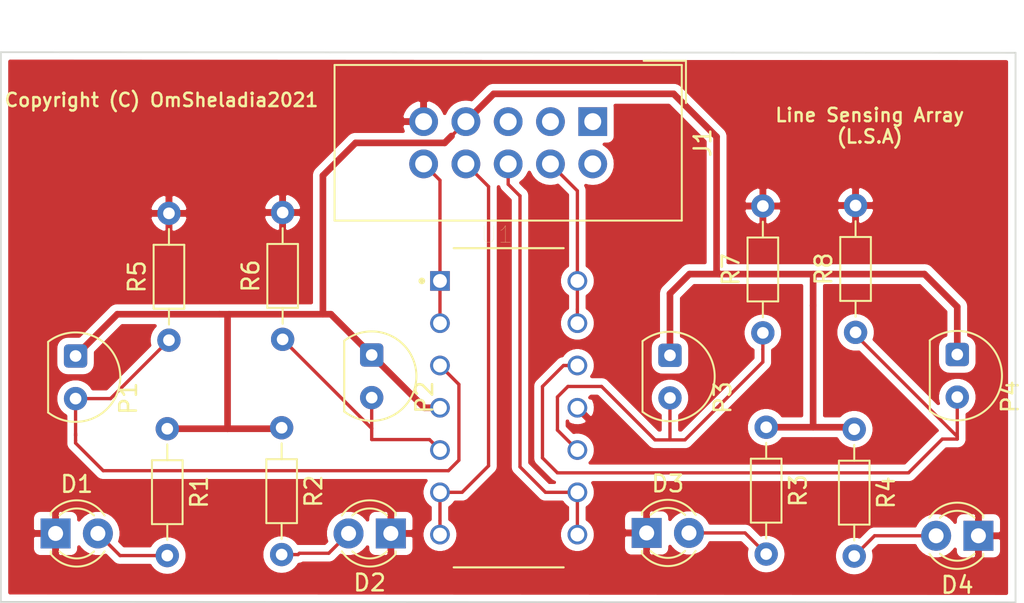
<source format=kicad_pcb>
(kicad_pcb (version 20171130) (host pcbnew "(5.1.4-0)")

  (general
    (thickness 1.6)
    (drawings 6)
    (tracks 110)
    (zones 0)
    (modules 18)
    (nets 19)
  )

  (page A4)
  (layers
    (0 F.Cu signal)
    (31 B.Cu signal)
    (32 B.Adhes user)
    (33 F.Adhes user)
    (34 B.Paste user)
    (35 F.Paste user)
    (36 B.SilkS user)
    (37 F.SilkS user)
    (38 B.Mask user)
    (39 F.Mask user)
    (40 Dwgs.User user)
    (41 Cmts.User user)
    (42 Eco1.User user)
    (43 Eco2.User user)
    (44 Edge.Cuts user)
    (45 Margin user)
    (46 B.CrtYd user)
    (47 F.CrtYd user)
    (48 B.Fab user)
    (49 F.Fab user)
  )

  (setup
    (last_trace_width 0.4)
    (user_trace_width 0.2)
    (user_trace_width 0.4)
    (trace_clearance 0.2)
    (zone_clearance 0.508)
    (zone_45_only no)
    (trace_min 0.2)
    (via_size 0.8)
    (via_drill 0.4)
    (via_min_size 0.4)
    (via_min_drill 0.3)
    (uvia_size 0.3)
    (uvia_drill 0.1)
    (uvias_allowed no)
    (uvia_min_size 0.2)
    (uvia_min_drill 0.1)
    (edge_width 0.1)
    (segment_width 0.2)
    (pcb_text_width 0.3)
    (pcb_text_size 1.5 1.5)
    (mod_edge_width 0.15)
    (mod_text_size 1 1)
    (mod_text_width 0.15)
    (pad_size 1.524 1.524)
    (pad_drill 0.762)
    (pad_to_mask_clearance 0)
    (aux_axis_origin 0 0)
    (grid_origin 100.06 93.08)
    (visible_elements FFF9FFFF)
    (pcbplotparams
      (layerselection 0x010fc_ffffffff)
      (usegerberextensions false)
      (usegerberattributes false)
      (usegerberadvancedattributes false)
      (creategerberjobfile false)
      (excludeedgelayer true)
      (linewidth 0.100000)
      (plotframeref false)
      (viasonmask false)
      (mode 1)
      (useauxorigin false)
      (hpglpennumber 1)
      (hpglpenspeed 20)
      (hpglpendiameter 15.000000)
      (psnegative false)
      (psa4output false)
      (plotreference true)
      (plotvalue true)
      (plotinvisibletext false)
      (padsonsilk false)
      (subtractmaskfromsilk false)
      (outputformat 1)
      (mirror false)
      (drillshape 1)
      (scaleselection 1)
      (outputdirectory ""))
  )

  (net 0 "")
  (net 1 GND)
  (net 2 "Net-(D1-Pad2)")
  (net 3 "Net-(D2-Pad2)")
  (net 4 "Net-(D3-Pad2)")
  (net 5 "Net-(D4-Pad2)")
  (net 6 "Net-(J1-Pad1)")
  (net 7 "Net-(J1-Pad2)")
  (net 8 "Net-(J1-Pad3)")
  (net 9 04)
  (net 10 "Net-(J1-Pad5)")
  (net 11 03)
  (net 12 VCC)
  (net 13 02)
  (net 14 01)
  (net 15 A1)
  (net 16 A2)
  (net 17 A3)
  (net 18 A4)

  (net_class Default "This is the default net class."
    (clearance 0.2)
    (trace_width 0.25)
    (via_dia 0.8)
    (via_drill 0.4)
    (uvia_dia 0.3)
    (uvia_drill 0.1)
    (add_net 01)
    (add_net 02)
    (add_net 03)
    (add_net 04)
    (add_net A1)
    (add_net A2)
    (add_net A3)
    (add_net A4)
    (add_net GND)
    (add_net "Net-(D1-Pad2)")
    (add_net "Net-(D2-Pad2)")
    (add_net "Net-(D3-Pad2)")
    (add_net "Net-(D4-Pad2)")
    (add_net "Net-(J1-Pad1)")
    (add_net "Net-(J1-Pad2)")
    (add_net "Net-(J1-Pad3)")
    (add_net "Net-(J1-Pad5)")
    (add_net VCC)
  )

  (module Lm324:DIP825W47P254L1917H533Q14 (layer F.Cu) (tedit 60CE3028) (tstamp 60CDBD12)
    (at 130.58 81.49)
    (path /60CD3946)
    (fp_text reference U1 (at -0.717 -10.4005) (layer F.SilkS)
      (effects (font (size 1 1) (thickness 0.015)))
    )
    (fp_text value LM324N_NOPB (at 11.983 10.4005) (layer F.Fab)
      (effects (font (size 1 1) (thickness 0.015)))
    )
    (fp_circle (center -5.2175 -7.62) (end -5.1175 -7.62) (layer F.SilkS) (width 0.2))
    (fp_circle (center -5.2175 -7.62) (end -5.1175 -7.62) (layer F.Fab) (width 0.2))
    (fp_line (start -3.302 -9.5885) (end 3.302 -9.5885) (layer F.Fab) (width 0.127))
    (fp_line (start -3.302 9.5885) (end 3.302 9.5885) (layer F.Fab) (width 0.127))
    (fp_line (start -3.302 -9.5885) (end 3.302 -9.5885) (layer F.SilkS) (width 0.127))
    (fp_line (start -3.302 9.5885) (end 3.302 9.5885) (layer F.SilkS) (width 0.127))
    (fp_line (start -3.302 -9.5885) (end -3.302 9.5885) (layer F.Fab) (width 0.127))
    (fp_line (start 3.302 -9.5885) (end 3.302 9.5885) (layer F.Fab) (width 0.127))
    (fp_line (start 4.9675 -9.8385) (end -4.9675 -9.8385) (layer F.CrtYd) (width 0.05))
    (fp_line (start 4.9675 9.8385) (end -4.9675 9.8385) (layer F.CrtYd) (width 0.05))
    (fp_line (start 4.9675 -9.8385) (end 4.9675 9.8385) (layer F.CrtYd) (width 0.05))
    (fp_line (start -4.9675 -9.8385) (end -4.9675 9.8385) (layer F.CrtYd) (width 0.05))
    (pad 1 thru_hole rect (at -4.1275 -7.62) (size 1.18 1.18) (drill 0.83) (layers *.Cu *.Mask)
      (net 14 01))
    (pad 2 thru_hole circle (at -4.1275 -5.08) (size 1.18 1.18) (drill 0.83) (layers *.Cu *.Mask)
      (net 14 01))
    (pad 3 thru_hole circle (at -4.1275 -2.54) (size 1.18 1.18) (drill 0.83) (layers *.Cu *.Mask)
      (net 15 A1))
    (pad 4 thru_hole circle (at -4.1275 0) (size 1.18 1.18) (drill 0.83) (layers *.Cu *.Mask)
      (net 12 VCC))
    (pad 5 thru_hole circle (at -4.1275 2.54) (size 1.18 1.18) (drill 0.83) (layers *.Cu *.Mask)
      (net 16 A2))
    (pad 6 thru_hole circle (at -4.1275 5.08) (size 1.18 1.18) (drill 0.83) (layers *.Cu *.Mask)
      (net 13 02))
    (pad 7 thru_hole circle (at -4.1275 7.62) (size 1.18 1.18) (drill 0.83) (layers *.Cu *.Mask)
      (net 13 02))
    (pad 8 thru_hole circle (at 4.1275 7.62) (size 1.18 1.18) (drill 0.83) (layers *.Cu *.Mask)
      (net 11 03))
    (pad 9 thru_hole circle (at 4.1275 5.08) (size 1.18 1.18) (drill 0.83) (layers *.Cu *.Mask)
      (net 11 03))
    (pad 10 thru_hole circle (at 4.1275 2.54) (size 1.18 1.18) (drill 0.83) (layers *.Cu *.Mask)
      (net 17 A3))
    (pad 11 thru_hole circle (at 4.1275 0) (size 1.18 1.18) (drill 0.83) (layers *.Cu *.Mask)
      (net 1 GND))
    (pad 12 thru_hole circle (at 4.1275 -2.54) (size 1.18 1.18) (drill 0.83) (layers *.Cu *.Mask)
      (net 18 A4))
    (pad 13 thru_hole circle (at 4.1275 -5.08) (size 1.18 1.18) (drill 0.83) (layers *.Cu *.Mask)
      (net 9 04))
    (pad 14 thru_hole circle (at 4.1275 -7.62) (size 1.18 1.18) (drill 0.83) (layers *.Cu *.Mask)
      (net 9 04))
    (model :lm324:LM324N.wrl
      (at (xyz 0 0 0))
      (scale (xyz 1 1 1))
      (rotate (xyz 0 0 0))
    )
    (model :lm324:LM324N.stp
      (at (xyz 0 0 0))
      (scale (xyz 1 1 1))
      (rotate (xyz 0 0 0))
    )
  )

  (module LED_THT:LED_D3.0mm_FlatTop (layer F.Cu) (tedit 60D0E982) (tstamp 60CDBB78)
    (at 158.8 89.18 180)
    (descr "LED, Round, FlatTop, diameter 3.0mm, 2 pins, http://www.kingbright.com/attachments/file/psearch/000/00/00/L-47XEC(Ver.9A).pdf")
    (tags "LED Round FlatTop diameter 3.0mm 2 pins")
    (path /60CC19A4)
    (fp_text reference D4 (at 1.27 -2.96 180) (layer F.SilkS)
      (effects (font (size 1 1) (thickness 0.15)))
    )
    (fp_text value LED (at 1.27 2.96 180) (layer F.Fab)
      (effects (font (size 1 1) (thickness 0.15)))
    )
    (fp_line (start 3.7 -2.25) (end -1.15 -2.25) (layer F.CrtYd) (width 0.05))
    (fp_line (start 3.7 2.25) (end 3.7 -2.25) (layer F.CrtYd) (width 0.05))
    (fp_line (start -1.15 2.25) (end 3.7 2.25) (layer F.CrtYd) (width 0.05))
    (fp_line (start -1.15 -2.25) (end -1.15 2.25) (layer F.CrtYd) (width 0.05))
    (fp_line (start -0.29 1.08) (end -0.29 1.236) (layer F.SilkS) (width 0.12))
    (fp_line (start -0.29 -1.236) (end -0.29 -1.08) (layer F.SilkS) (width 0.12))
    (fp_line (start -0.23 -1.16619) (end -0.23 1.16619) (layer F.Fab) (width 0.1))
    (fp_circle (center 1.27 0) (end 2.77 0) (layer F.Fab) (width 0.1))
    (fp_arc (start 1.27 0) (end 0.229039 1.08) (angle -87.9) (layer F.SilkS) (width 0.12))
    (fp_arc (start 1.27 0) (end 0.229039 -1.08) (angle 87.9) (layer F.SilkS) (width 0.12))
    (fp_arc (start 1.27 0) (end -0.29 1.235516) (angle -108.8) (layer F.SilkS) (width 0.12))
    (fp_arc (start 1.27 0) (end -0.29 -1.235516) (angle 108.8) (layer F.SilkS) (width 0.12))
    (fp_arc (start 1.27 0) (end -0.23 -1.16619) (angle 284.3) (layer F.Fab) (width 0.1))
    (pad 2 thru_hole circle (at 2.54 0 180) (size 1.8 1.8) (drill 0.9) (layers *.Cu *.Mask)
      (net 5 "Net-(D4-Pad2)"))
    (pad 1 thru_hole rect (at 0 0 180) (size 1.8 1.8) (drill 0.9) (layers *.Cu *.Mask)
      (net 1 GND))
    (model ${KISYS3DMOD}/LED_THT.3dshapes/LED_D3.0mm_FlatTop.wrl
      (offset (xyz 0 0 -2))
      (scale (xyz 1 1 1))
      (rotate (xyz 0 0 0))
    )
  )

  (module LED_THT:LED_D3.0mm_FlatTop (layer F.Cu) (tedit 60D0E96B) (tstamp 60CDBB65)
    (at 138.87 89.01)
    (descr "LED, Round, FlatTop, diameter 3.0mm, 2 pins, http://www.kingbright.com/attachments/file/psearch/000/00/00/L-47XEC(Ver.9A).pdf")
    (tags "LED Round FlatTop diameter 3.0mm 2 pins")
    (path /60CC196A)
    (fp_text reference D3 (at 1.27 -2.96) (layer F.SilkS)
      (effects (font (size 1 1) (thickness 0.15)))
    )
    (fp_text value LED (at 1.27 2.96) (layer F.Fab)
      (effects (font (size 1 1) (thickness 0.15)))
    )
    (fp_line (start 3.7 -2.25) (end -1.15 -2.25) (layer F.CrtYd) (width 0.05))
    (fp_line (start 3.7 2.25) (end 3.7 -2.25) (layer F.CrtYd) (width 0.05))
    (fp_line (start -1.15 2.25) (end 3.7 2.25) (layer F.CrtYd) (width 0.05))
    (fp_line (start -1.15 -2.25) (end -1.15 2.25) (layer F.CrtYd) (width 0.05))
    (fp_line (start -0.29 1.08) (end -0.29 1.236) (layer F.SilkS) (width 0.12))
    (fp_line (start -0.29 -1.236) (end -0.29 -1.08) (layer F.SilkS) (width 0.12))
    (fp_line (start -0.23 -1.16619) (end -0.23 1.16619) (layer F.Fab) (width 0.1))
    (fp_circle (center 1.27 0) (end 2.77 0) (layer F.Fab) (width 0.1))
    (fp_arc (start 1.27 0) (end 0.229039 1.08) (angle -87.9) (layer F.SilkS) (width 0.12))
    (fp_arc (start 1.27 0) (end 0.229039 -1.08) (angle 87.9) (layer F.SilkS) (width 0.12))
    (fp_arc (start 1.27 0) (end -0.29 1.235516) (angle -108.8) (layer F.SilkS) (width 0.12))
    (fp_arc (start 1.27 0) (end -0.29 -1.235516) (angle 108.8) (layer F.SilkS) (width 0.12))
    (fp_arc (start 1.27 0) (end -0.23 -1.16619) (angle 284.3) (layer F.Fab) (width 0.1))
    (pad 2 thru_hole circle (at 2.54 0) (size 1.8 1.8) (drill 0.9) (layers *.Cu *.Mask)
      (net 4 "Net-(D3-Pad2)"))
    (pad 1 thru_hole rect (at 0 0) (size 1.8 1.8) (drill 0.9) (layers *.Cu *.Mask)
      (net 1 GND))
    (model ${KISYS3DMOD}/LED_THT.3dshapes/LED_D3.0mm_FlatTop.wrl
      (offset (xyz 0 0 -2))
      (scale (xyz 1 1 1))
      (rotate (xyz 0 0 0))
    )
  )

  (module LED_THT:LED_D3.0mm_FlatTop (layer F.Cu) (tedit 60D0E953) (tstamp 60CDBB52)
    (at 123.5 89.04 180)
    (descr "LED, Round, FlatTop, diameter 3.0mm, 2 pins, http://www.kingbright.com/attachments/file/psearch/000/00/00/L-47XEC(Ver.9A).pdf")
    (tags "LED Round FlatTop diameter 3.0mm 2 pins")
    (path /60CA32AA)
    (fp_text reference D2 (at 1.27 -2.96 180) (layer F.SilkS)
      (effects (font (size 1 1) (thickness 0.15)))
    )
    (fp_text value LED (at 1.27 2.96 180) (layer F.Fab)
      (effects (font (size 1 1) (thickness 0.15)))
    )
    (fp_line (start 3.7 -2.25) (end -1.15 -2.25) (layer F.CrtYd) (width 0.05))
    (fp_line (start 3.7 2.25) (end 3.7 -2.25) (layer F.CrtYd) (width 0.05))
    (fp_line (start -1.15 2.25) (end 3.7 2.25) (layer F.CrtYd) (width 0.05))
    (fp_line (start -1.15 -2.25) (end -1.15 2.25) (layer F.CrtYd) (width 0.05))
    (fp_line (start -0.29 1.08) (end -0.29 1.236) (layer F.SilkS) (width 0.12))
    (fp_line (start -0.29 -1.236) (end -0.29 -1.08) (layer F.SilkS) (width 0.12))
    (fp_line (start -0.23 -1.16619) (end -0.23 1.16619) (layer F.Fab) (width 0.1))
    (fp_circle (center 1.27 0) (end 2.77 0) (layer F.Fab) (width 0.1))
    (fp_arc (start 1.27 0) (end 0.229039 1.08) (angle -87.9) (layer F.SilkS) (width 0.12))
    (fp_arc (start 1.27 0) (end 0.229039 -1.08) (angle 87.9) (layer F.SilkS) (width 0.12))
    (fp_arc (start 1.27 0) (end -0.29 1.235516) (angle -108.8) (layer F.SilkS) (width 0.12))
    (fp_arc (start 1.27 0) (end -0.29 -1.235516) (angle 108.8) (layer F.SilkS) (width 0.12))
    (fp_arc (start 1.27 0) (end -0.23 -1.16619) (angle 284.3) (layer F.Fab) (width 0.1))
    (pad 2 thru_hole circle (at 2.54 0 180) (size 1.8 1.8) (drill 0.9) (layers *.Cu *.Mask)
      (net 3 "Net-(D2-Pad2)"))
    (pad 1 thru_hole rect (at 0 0 180) (size 1.8 1.8) (drill 0.9) (layers *.Cu *.Mask)
      (net 1 GND))
    (model ${KISYS3DMOD}/LED_THT.3dshapes/LED_D3.0mm_FlatTop.wrl
      (offset (xyz 0 0 -2))
      (scale (xyz 1 1 1))
      (rotate (xyz 0 0 0))
    )
  )

  (module LED_THT:LED_D3.0mm_FlatTop (layer F.Cu) (tedit 60D0E917) (tstamp 60CDBB3F)
    (at 103.36 89.04)
    (descr "LED, Round, FlatTop, diameter 3.0mm, 2 pins, http://www.kingbright.com/attachments/file/psearch/000/00/00/L-47XEC(Ver.9A).pdf")
    (tags "LED Round FlatTop diameter 3.0mm 2 pins")
    (path /60C7359F)
    (fp_text reference D1 (at 1.27 -2.96) (layer F.SilkS)
      (effects (font (size 1 1) (thickness 0.15)))
    )
    (fp_text value LED (at 1.27 2.96) (layer F.Fab)
      (effects (font (size 1 1) (thickness 0.15)))
    )
    (fp_line (start 3.7 -2.25) (end -1.15 -2.25) (layer F.CrtYd) (width 0.05))
    (fp_line (start 3.7 2.25) (end 3.7 -2.25) (layer F.CrtYd) (width 0.05))
    (fp_line (start -1.15 2.25) (end 3.7 2.25) (layer F.CrtYd) (width 0.05))
    (fp_line (start -1.15 -2.25) (end -1.15 2.25) (layer F.CrtYd) (width 0.05))
    (fp_line (start -0.29 1.08) (end -0.29 1.236) (layer F.SilkS) (width 0.12))
    (fp_line (start -0.29 -1.236) (end -0.29 -1.08) (layer F.SilkS) (width 0.12))
    (fp_line (start -0.23 -1.16619) (end -0.23 1.16619) (layer F.Fab) (width 0.1))
    (fp_circle (center 1.27 0) (end 2.77 0) (layer F.Fab) (width 0.1))
    (fp_arc (start 1.27 0) (end 0.229039 1.08) (angle -87.9) (layer F.SilkS) (width 0.12))
    (fp_arc (start 1.27 0) (end 0.229039 -1.08) (angle 87.9) (layer F.SilkS) (width 0.12))
    (fp_arc (start 1.27 0) (end -0.29 1.235516) (angle -108.8) (layer F.SilkS) (width 0.12))
    (fp_arc (start 1.27 0) (end -0.29 -1.235516) (angle 108.8) (layer F.SilkS) (width 0.12))
    (fp_arc (start 1.27 0) (end -0.23 -1.16619) (angle 284.3) (layer F.Fab) (width 0.1))
    (pad 2 thru_hole circle (at 2.54 0) (size 1.8 1.8) (drill 0.9) (layers *.Cu *.Mask)
      (net 2 "Net-(D1-Pad2)"))
    (pad 1 thru_hole rect (at 0 0) (size 1.8 1.8) (drill 0.9) (layers *.Cu *.Mask)
      (net 1 GND))
    (model ${KISYS3DMOD}/LED_THT.3dshapes/LED_D3.0mm_FlatTop.wrl
      (offset (xyz 0 0 -2))
      (scale (xyz 1 1 1))
      (rotate (xyz 0 0 0))
    )
  )

  (module OptoDevice:Osram_SFH205 (layer F.Cu) (tedit 5B887F96) (tstamp 60CDBBC7)
    (at 104.56 78.38 270)
    (descr "PhotoDiode, SFH205, RM2.54")
    (tags "PhotoDiode SFH205 RM2.54")
    (path /60C66C54)
    (fp_text reference P1 (at 2.54 -3.17 90) (layer F.SilkS)
      (effects (font (size 1 1) (thickness 0.15)))
    )
    (fp_text value D_Photo (at 2.54 3.17 90) (layer F.Fab)
      (effects (font (size 1 1) (thickness 0.15)))
    )
    (fp_arc (start 1.27 0) (end -0.85 1.65) (angle 255.6567619) (layer F.SilkS) (width 0.12))
    (fp_arc (start 1.27 0) (end -0.75 1.55) (angle 254.8633961) (layer F.Fab) (width 0.1))
    (fp_line (start 4.06 1.8) (end -1.53 1.8) (layer F.CrtYd) (width 0.05))
    (fp_line (start 4.06 1.8) (end 4.06 -2.8) (layer F.CrtYd) (width 0.05))
    (fp_line (start -1.53 -2.8) (end -1.53 1.8) (layer F.CrtYd) (width 0.05))
    (fp_line (start -1.53 -2.8) (end 4.06 -2.8) (layer F.CrtYd) (width 0.05))
    (fp_line (start -0.85 1.65) (end 3.4 1.65) (layer F.SilkS) (width 0.12))
    (fp_line (start -0.75 1.55) (end 3.3 1.55) (layer F.Fab) (width 0.1))
    (fp_text user %R (at 2.54 -3.17 90) (layer F.Fab)
      (effects (font (size 1 1) (thickness 0.15)))
    )
    (pad 1 thru_hole roundrect (at 0 0 270) (size 1.4 1.4) (drill 0.7) (layers *.Cu *.Mask) (roundrect_rratio 0.178)
      (net 12 VCC))
    (pad 2 thru_hole circle (at 2.56 0 270) (size 1.4 1.4) (drill 0.7) (layers *.Cu *.Mask)
      (net 15 A1))
    (model ${KISYS3DMOD}/OptoDevice.3dshapes/Osram_SFH205.wrl
      (at (xyz 0 0 0))
      (scale (xyz 1 1 1))
      (rotate (xyz 0 0 0))
    )
  )

  (module OptoDevice:Osram_SFH205 (layer F.Cu) (tedit 5B887F96) (tstamp 60CDBBEE)
    (at 122.35 78.32 270)
    (descr "PhotoDiode, SFH205, RM2.54")
    (tags "PhotoDiode SFH205 RM2.54")
    (path /60CA328B)
    (fp_text reference P2 (at 2.54 -3.17 90) (layer F.SilkS)
      (effects (font (size 1 1) (thickness 0.15)))
    )
    (fp_text value D_Photo (at 2.54 3.17 90) (layer F.Fab)
      (effects (font (size 1 1) (thickness 0.15)))
    )
    (fp_arc (start 1.27 0) (end -0.85 1.65) (angle 255.6567619) (layer F.SilkS) (width 0.12))
    (fp_arc (start 1.27 0) (end -0.75 1.55) (angle 254.8633961) (layer F.Fab) (width 0.1))
    (fp_line (start 4.06 1.8) (end -1.53 1.8) (layer F.CrtYd) (width 0.05))
    (fp_line (start 4.06 1.8) (end 4.06 -2.8) (layer F.CrtYd) (width 0.05))
    (fp_line (start -1.53 -2.8) (end -1.53 1.8) (layer F.CrtYd) (width 0.05))
    (fp_line (start -1.53 -2.8) (end 4.06 -2.8) (layer F.CrtYd) (width 0.05))
    (fp_line (start -0.85 1.65) (end 3.4 1.65) (layer F.SilkS) (width 0.12))
    (fp_line (start -0.75 1.55) (end 3.3 1.55) (layer F.Fab) (width 0.1))
    (fp_text user %R (at 2.54 -3.17 90) (layer F.Fab)
      (effects (font (size 1 1) (thickness 0.15)))
    )
    (pad 1 thru_hole roundrect (at 0 0 270) (size 1.4 1.4) (drill 0.7) (layers *.Cu *.Mask) (roundrect_rratio 0.178)
      (net 12 VCC))
    (pad 2 thru_hole circle (at 2.56 0 270) (size 1.4 1.4) (drill 0.7) (layers *.Cu *.Mask)
      (net 16 A2))
    (model ${KISYS3DMOD}/OptoDevice.3dshapes/Osram_SFH205.wrl
      (at (xyz 0 0 0))
      (scale (xyz 1 1 1))
      (rotate (xyz 0 0 0))
    )
  )

  (module OptoDevice:Osram_SFH205 (layer F.Cu) (tedit 5B887F96) (tstamp 60CDBC3C)
    (at 157.53 78.29 270)
    (descr "PhotoDiode, SFH205, RM2.54")
    (tags "PhotoDiode SFH205 RM2.54")
    (path /60CC1985)
    (fp_text reference P4 (at 2.54 -3.17 90) (layer F.SilkS)
      (effects (font (size 1 1) (thickness 0.15)))
    )
    (fp_text value D_Photo (at 2.54 3.17 90) (layer F.Fab)
      (effects (font (size 1 1) (thickness 0.15)))
    )
    (fp_arc (start 1.27 0) (end -0.85 1.65) (angle 255.6567619) (layer F.SilkS) (width 0.12))
    (fp_arc (start 1.27 0) (end -0.75 1.55) (angle 254.8633961) (layer F.Fab) (width 0.1))
    (fp_line (start 4.06 1.8) (end -1.53 1.8) (layer F.CrtYd) (width 0.05))
    (fp_line (start 4.06 1.8) (end 4.06 -2.8) (layer F.CrtYd) (width 0.05))
    (fp_line (start -1.53 -2.8) (end -1.53 1.8) (layer F.CrtYd) (width 0.05))
    (fp_line (start -1.53 -2.8) (end 4.06 -2.8) (layer F.CrtYd) (width 0.05))
    (fp_line (start -0.85 1.65) (end 3.4 1.65) (layer F.SilkS) (width 0.12))
    (fp_line (start -0.75 1.55) (end 3.3 1.55) (layer F.Fab) (width 0.1))
    (fp_text user %R (at 2.54 -3.17 90) (layer F.Fab)
      (effects (font (size 1 1) (thickness 0.15)))
    )
    (pad 1 thru_hole roundrect (at 0 0 270) (size 1.4 1.4) (drill 0.7) (layers *.Cu *.Mask) (roundrect_rratio 0.178)
      (net 12 VCC))
    (pad 2 thru_hole circle (at 2.56 0 270) (size 1.4 1.4) (drill 0.7) (layers *.Cu *.Mask)
      (net 18 A4))
    (model ${KISYS3DMOD}/OptoDevice.3dshapes/Osram_SFH205.wrl
      (at (xyz 0 0 0))
      (scale (xyz 1 1 1))
      (rotate (xyz 0 0 0))
    )
  )

  (module OptoDevice:Osram_SFH205 (layer F.Cu) (tedit 5B887F96) (tstamp 60CDBC15)
    (at 140.27 78.34 270)
    (descr "PhotoDiode, SFH205, RM2.54")
    (tags "PhotoDiode SFH205 RM2.54")
    (path /60CC194B)
    (fp_text reference P3 (at 2.54 -3.17 90) (layer F.SilkS)
      (effects (font (size 1 1) (thickness 0.15)))
    )
    (fp_text value D_Photo (at 2.54 3.17 90) (layer F.Fab)
      (effects (font (size 1 1) (thickness 0.15)))
    )
    (fp_arc (start 1.27 0) (end -0.85 1.65) (angle 255.6567619) (layer F.SilkS) (width 0.12))
    (fp_arc (start 1.27 0) (end -0.75 1.55) (angle 254.8633961) (layer F.Fab) (width 0.1))
    (fp_line (start 4.06 1.8) (end -1.53 1.8) (layer F.CrtYd) (width 0.05))
    (fp_line (start 4.06 1.8) (end 4.06 -2.8) (layer F.CrtYd) (width 0.05))
    (fp_line (start -1.53 -2.8) (end -1.53 1.8) (layer F.CrtYd) (width 0.05))
    (fp_line (start -1.53 -2.8) (end 4.06 -2.8) (layer F.CrtYd) (width 0.05))
    (fp_line (start -0.85 1.65) (end 3.4 1.65) (layer F.SilkS) (width 0.12))
    (fp_line (start -0.75 1.55) (end 3.3 1.55) (layer F.Fab) (width 0.1))
    (fp_text user %R (at 2.54 -3.17 90) (layer F.Fab)
      (effects (font (size 1 1) (thickness 0.15)))
    )
    (pad 1 thru_hole roundrect (at 0 0 270) (size 1.4 1.4) (drill 0.7) (layers *.Cu *.Mask) (roundrect_rratio 0.178)
      (net 12 VCC))
    (pad 2 thru_hole circle (at 2.56 0 270) (size 1.4 1.4) (drill 0.7) (layers *.Cu *.Mask)
      (net 17 A3))
    (model ${KISYS3DMOD}/OptoDevice.3dshapes/Osram_SFH205.wrl
      (at (xyz 0 0 0))
      (scale (xyz 1 1 1))
      (rotate (xyz 0 0 0))
    )
  )

  (module Connector_IDC:IDC-Header_2x05_P2.54mm_Vertical (layer F.Cu) (tedit 59DE0611) (tstamp 60CDBBA0)
    (at 135.63 64.3 270)
    (descr "Through hole straight IDC box header, 2x05, 2.54mm pitch, double rows")
    (tags "Through hole IDC box header THT 2x05 2.54mm double row")
    (path /60CD9AFC)
    (fp_text reference J1 (at 1.27 -6.604 90) (layer F.SilkS)
      (effects (font (size 1 1) (thickness 0.15)))
    )
    (fp_text value Conn_02x05_Odd_Even (at 1.27 16.764 90) (layer F.Fab)
      (effects (font (size 1 1) (thickness 0.15)))
    )
    (fp_line (start -3.655 -5.6) (end -1.115 -5.6) (layer F.SilkS) (width 0.12))
    (fp_line (start -3.655 -5.6) (end -3.655 -3.06) (layer F.SilkS) (width 0.12))
    (fp_line (start -3.405 -5.35) (end 5.945 -5.35) (layer F.SilkS) (width 0.12))
    (fp_line (start -3.405 15.51) (end -3.405 -5.35) (layer F.SilkS) (width 0.12))
    (fp_line (start 5.945 15.51) (end -3.405 15.51) (layer F.SilkS) (width 0.12))
    (fp_line (start 5.945 -5.35) (end 5.945 15.51) (layer F.SilkS) (width 0.12))
    (fp_line (start -3.41 -5.35) (end 5.95 -5.35) (layer F.CrtYd) (width 0.05))
    (fp_line (start -3.41 15.51) (end -3.41 -5.35) (layer F.CrtYd) (width 0.05))
    (fp_line (start 5.95 15.51) (end -3.41 15.51) (layer F.CrtYd) (width 0.05))
    (fp_line (start 5.95 -5.35) (end 5.95 15.51) (layer F.CrtYd) (width 0.05))
    (fp_line (start -3.155 15.26) (end -2.605 14.7) (layer F.Fab) (width 0.1))
    (fp_line (start -3.155 -5.1) (end -2.605 -4.56) (layer F.Fab) (width 0.1))
    (fp_line (start 5.695 15.26) (end 5.145 14.7) (layer F.Fab) (width 0.1))
    (fp_line (start 5.695 -5.1) (end 5.145 -4.56) (layer F.Fab) (width 0.1))
    (fp_line (start 5.145 14.7) (end -2.605 14.7) (layer F.Fab) (width 0.1))
    (fp_line (start 5.695 15.26) (end -3.155 15.26) (layer F.Fab) (width 0.1))
    (fp_line (start 5.145 -4.56) (end -2.605 -4.56) (layer F.Fab) (width 0.1))
    (fp_line (start 5.695 -5.1) (end -3.155 -5.1) (layer F.Fab) (width 0.1))
    (fp_line (start -2.605 7.33) (end -3.155 7.33) (layer F.Fab) (width 0.1))
    (fp_line (start -2.605 2.83) (end -3.155 2.83) (layer F.Fab) (width 0.1))
    (fp_line (start -2.605 7.33) (end -2.605 14.7) (layer F.Fab) (width 0.1))
    (fp_line (start -2.605 -4.56) (end -2.605 2.83) (layer F.Fab) (width 0.1))
    (fp_line (start -3.155 -5.1) (end -3.155 15.26) (layer F.Fab) (width 0.1))
    (fp_line (start 5.145 -4.56) (end 5.145 14.7) (layer F.Fab) (width 0.1))
    (fp_line (start 5.695 -5.1) (end 5.695 15.26) (layer F.Fab) (width 0.1))
    (fp_text user %R (at 1.27 5.08 90) (layer F.Fab)
      (effects (font (size 1 1) (thickness 0.15)))
    )
    (pad 10 thru_hole oval (at 2.54 10.16 270) (size 1.7272 1.7272) (drill 1.016) (layers *.Cu *.Mask)
      (net 14 01))
    (pad 9 thru_hole oval (at 0 10.16 270) (size 1.7272 1.7272) (drill 1.016) (layers *.Cu *.Mask)
      (net 1 GND))
    (pad 8 thru_hole oval (at 2.54 7.62 270) (size 1.7272 1.7272) (drill 1.016) (layers *.Cu *.Mask)
      (net 13 02))
    (pad 7 thru_hole oval (at 0 7.62 270) (size 1.7272 1.7272) (drill 1.016) (layers *.Cu *.Mask)
      (net 12 VCC))
    (pad 6 thru_hole oval (at 2.54 5.08 270) (size 1.7272 1.7272) (drill 1.016) (layers *.Cu *.Mask)
      (net 11 03))
    (pad 5 thru_hole oval (at 0 5.08 270) (size 1.7272 1.7272) (drill 1.016) (layers *.Cu *.Mask)
      (net 10 "Net-(J1-Pad5)"))
    (pad 4 thru_hole oval (at 2.54 2.54 270) (size 1.7272 1.7272) (drill 1.016) (layers *.Cu *.Mask)
      (net 9 04))
    (pad 3 thru_hole oval (at 0 2.54 270) (size 1.7272 1.7272) (drill 1.016) (layers *.Cu *.Mask)
      (net 8 "Net-(J1-Pad3)"))
    (pad 2 thru_hole oval (at 2.54 0 270) (size 1.7272 1.7272) (drill 1.016) (layers *.Cu *.Mask)
      (net 7 "Net-(J1-Pad2)"))
    (pad 1 thru_hole rect (at 0 0 270) (size 1.7272 1.7272) (drill 1.016) (layers *.Cu *.Mask)
      (net 6 "Net-(J1-Pad1)"))
    (model ${KISYS3DMOD}/Connector_IDC.3dshapes/IDC-Header_2x05_P2.54mm_Vertical.wrl
      (at (xyz 0 0 0))
      (scale (xyz 1 1 1))
      (rotate (xyz 0 0 0))
    )
  )

  (module Resistor_THT:R_Axial_DIN0204_L3.6mm_D1.6mm_P7.62mm_Horizontal (layer F.Cu) (tedit 5AE5139B) (tstamp 60CDBC53)
    (at 110.07 82.75 270)
    (descr "Resistor, Axial_DIN0204 series, Axial, Horizontal, pin pitch=7.62mm, 0.167W, length*diameter=3.6*1.6mm^2, http://cdn-reichelt.de/documents/datenblatt/B400/1_4W%23YAG.pdf")
    (tags "Resistor Axial_DIN0204 series Axial Horizontal pin pitch 7.62mm 0.167W length 3.6mm diameter 1.6mm")
    (path /60C719C2)
    (fp_text reference R1 (at 3.81 -1.92 90) (layer F.SilkS)
      (effects (font (size 1 1) (thickness 0.15)))
    )
    (fp_text value R_US (at 3.81 1.92 90) (layer F.Fab)
      (effects (font (size 1 1) (thickness 0.15)))
    )
    (fp_text user %R (at 3.81 0 90) (layer F.Fab)
      (effects (font (size 0.72 0.72) (thickness 0.108)))
    )
    (fp_line (start 8.57 -1.05) (end -0.95 -1.05) (layer F.CrtYd) (width 0.05))
    (fp_line (start 8.57 1.05) (end 8.57 -1.05) (layer F.CrtYd) (width 0.05))
    (fp_line (start -0.95 1.05) (end 8.57 1.05) (layer F.CrtYd) (width 0.05))
    (fp_line (start -0.95 -1.05) (end -0.95 1.05) (layer F.CrtYd) (width 0.05))
    (fp_line (start 6.68 0) (end 5.73 0) (layer F.SilkS) (width 0.12))
    (fp_line (start 0.94 0) (end 1.89 0) (layer F.SilkS) (width 0.12))
    (fp_line (start 5.73 -0.92) (end 1.89 -0.92) (layer F.SilkS) (width 0.12))
    (fp_line (start 5.73 0.92) (end 5.73 -0.92) (layer F.SilkS) (width 0.12))
    (fp_line (start 1.89 0.92) (end 5.73 0.92) (layer F.SilkS) (width 0.12))
    (fp_line (start 1.89 -0.92) (end 1.89 0.92) (layer F.SilkS) (width 0.12))
    (fp_line (start 7.62 0) (end 5.61 0) (layer F.Fab) (width 0.1))
    (fp_line (start 0 0) (end 2.01 0) (layer F.Fab) (width 0.1))
    (fp_line (start 5.61 -0.8) (end 2.01 -0.8) (layer F.Fab) (width 0.1))
    (fp_line (start 5.61 0.8) (end 5.61 -0.8) (layer F.Fab) (width 0.1))
    (fp_line (start 2.01 0.8) (end 5.61 0.8) (layer F.Fab) (width 0.1))
    (fp_line (start 2.01 -0.8) (end 2.01 0.8) (layer F.Fab) (width 0.1))
    (pad 2 thru_hole oval (at 7.62 0 270) (size 1.4 1.4) (drill 0.7) (layers *.Cu *.Mask)
      (net 2 "Net-(D1-Pad2)"))
    (pad 1 thru_hole circle (at 0 0 270) (size 1.4 1.4) (drill 0.7) (layers *.Cu *.Mask)
      (net 12 VCC))
    (model ${KISYS3DMOD}/Resistor_THT.3dshapes/R_Axial_DIN0204_L3.6mm_D1.6mm_P7.62mm_Horizontal.wrl
      (at (xyz 0 0 0))
      (scale (xyz 1 1 1))
      (rotate (xyz 0 0 0))
    )
  )

  (module Resistor_THT:R_Axial_DIN0204_L3.6mm_D1.6mm_P7.62mm_Horizontal (layer F.Cu) (tedit 5AE5139B) (tstamp 60CDBC6A)
    (at 116.94 82.69 270)
    (descr "Resistor, Axial_DIN0204 series, Axial, Horizontal, pin pitch=7.62mm, 0.167W, length*diameter=3.6*1.6mm^2, http://cdn-reichelt.de/documents/datenblatt/B400/1_4W%23YAG.pdf")
    (tags "Resistor Axial_DIN0204 series Axial Horizontal pin pitch 7.62mm 0.167W length 3.6mm diameter 1.6mm")
    (path /60CA32A4)
    (fp_text reference R2 (at 3.81 -1.92 90) (layer F.SilkS)
      (effects (font (size 1 1) (thickness 0.15)))
    )
    (fp_text value R_US (at 3.81 1.92 90) (layer F.Fab)
      (effects (font (size 1 1) (thickness 0.15)))
    )
    (fp_text user %R (at 3.81 0 90) (layer F.Fab)
      (effects (font (size 0.72 0.72) (thickness 0.108)))
    )
    (fp_line (start 8.57 -1.05) (end -0.95 -1.05) (layer F.CrtYd) (width 0.05))
    (fp_line (start 8.57 1.05) (end 8.57 -1.05) (layer F.CrtYd) (width 0.05))
    (fp_line (start -0.95 1.05) (end 8.57 1.05) (layer F.CrtYd) (width 0.05))
    (fp_line (start -0.95 -1.05) (end -0.95 1.05) (layer F.CrtYd) (width 0.05))
    (fp_line (start 6.68 0) (end 5.73 0) (layer F.SilkS) (width 0.12))
    (fp_line (start 0.94 0) (end 1.89 0) (layer F.SilkS) (width 0.12))
    (fp_line (start 5.73 -0.92) (end 1.89 -0.92) (layer F.SilkS) (width 0.12))
    (fp_line (start 5.73 0.92) (end 5.73 -0.92) (layer F.SilkS) (width 0.12))
    (fp_line (start 1.89 0.92) (end 5.73 0.92) (layer F.SilkS) (width 0.12))
    (fp_line (start 1.89 -0.92) (end 1.89 0.92) (layer F.SilkS) (width 0.12))
    (fp_line (start 7.62 0) (end 5.61 0) (layer F.Fab) (width 0.1))
    (fp_line (start 0 0) (end 2.01 0) (layer F.Fab) (width 0.1))
    (fp_line (start 5.61 -0.8) (end 2.01 -0.8) (layer F.Fab) (width 0.1))
    (fp_line (start 5.61 0.8) (end 5.61 -0.8) (layer F.Fab) (width 0.1))
    (fp_line (start 2.01 0.8) (end 5.61 0.8) (layer F.Fab) (width 0.1))
    (fp_line (start 2.01 -0.8) (end 2.01 0.8) (layer F.Fab) (width 0.1))
    (pad 2 thru_hole oval (at 7.62 0 270) (size 1.4 1.4) (drill 0.7) (layers *.Cu *.Mask)
      (net 3 "Net-(D2-Pad2)"))
    (pad 1 thru_hole circle (at 0 0 270) (size 1.4 1.4) (drill 0.7) (layers *.Cu *.Mask)
      (net 12 VCC))
    (model ${KISYS3DMOD}/Resistor_THT.3dshapes/R_Axial_DIN0204_L3.6mm_D1.6mm_P7.62mm_Horizontal.wrl
      (at (xyz 0 0 0))
      (scale (xyz 1 1 1))
      (rotate (xyz 0 0 0))
    )
  )

  (module Resistor_THT:R_Axial_DIN0204_L3.6mm_D1.6mm_P7.62mm_Horizontal (layer F.Cu) (tedit 5AE5139B) (tstamp 60CDBC81)
    (at 146.05 82.66 270)
    (descr "Resistor, Axial_DIN0204 series, Axial, Horizontal, pin pitch=7.62mm, 0.167W, length*diameter=3.6*1.6mm^2, http://cdn-reichelt.de/documents/datenblatt/B400/1_4W%23YAG.pdf")
    (tags "Resistor Axial_DIN0204 series Axial Horizontal pin pitch 7.62mm 0.167W length 3.6mm diameter 1.6mm")
    (path /60CC1964)
    (fp_text reference R3 (at 3.81 -1.92 90) (layer F.SilkS)
      (effects (font (size 1 1) (thickness 0.15)))
    )
    (fp_text value R_US (at 3.81 1.92 90) (layer F.Fab)
      (effects (font (size 1 1) (thickness 0.15)))
    )
    (fp_text user %R (at 3.81 0 90) (layer F.Fab)
      (effects (font (size 0.72 0.72) (thickness 0.108)))
    )
    (fp_line (start 8.57 -1.05) (end -0.95 -1.05) (layer F.CrtYd) (width 0.05))
    (fp_line (start 8.57 1.05) (end 8.57 -1.05) (layer F.CrtYd) (width 0.05))
    (fp_line (start -0.95 1.05) (end 8.57 1.05) (layer F.CrtYd) (width 0.05))
    (fp_line (start -0.95 -1.05) (end -0.95 1.05) (layer F.CrtYd) (width 0.05))
    (fp_line (start 6.68 0) (end 5.73 0) (layer F.SilkS) (width 0.12))
    (fp_line (start 0.94 0) (end 1.89 0) (layer F.SilkS) (width 0.12))
    (fp_line (start 5.73 -0.92) (end 1.89 -0.92) (layer F.SilkS) (width 0.12))
    (fp_line (start 5.73 0.92) (end 5.73 -0.92) (layer F.SilkS) (width 0.12))
    (fp_line (start 1.89 0.92) (end 5.73 0.92) (layer F.SilkS) (width 0.12))
    (fp_line (start 1.89 -0.92) (end 1.89 0.92) (layer F.SilkS) (width 0.12))
    (fp_line (start 7.62 0) (end 5.61 0) (layer F.Fab) (width 0.1))
    (fp_line (start 0 0) (end 2.01 0) (layer F.Fab) (width 0.1))
    (fp_line (start 5.61 -0.8) (end 2.01 -0.8) (layer F.Fab) (width 0.1))
    (fp_line (start 5.61 0.8) (end 5.61 -0.8) (layer F.Fab) (width 0.1))
    (fp_line (start 2.01 0.8) (end 5.61 0.8) (layer F.Fab) (width 0.1))
    (fp_line (start 2.01 -0.8) (end 2.01 0.8) (layer F.Fab) (width 0.1))
    (pad 2 thru_hole oval (at 7.62 0 270) (size 1.4 1.4) (drill 0.7) (layers *.Cu *.Mask)
      (net 4 "Net-(D3-Pad2)"))
    (pad 1 thru_hole circle (at 0 0 270) (size 1.4 1.4) (drill 0.7) (layers *.Cu *.Mask)
      (net 12 VCC))
    (model ${KISYS3DMOD}/Resistor_THT.3dshapes/R_Axial_DIN0204_L3.6mm_D1.6mm_P7.62mm_Horizontal.wrl
      (at (xyz 0 0 0))
      (scale (xyz 1 1 1))
      (rotate (xyz 0 0 0))
    )
  )

  (module Resistor_THT:R_Axial_DIN0204_L3.6mm_D1.6mm_P7.62mm_Horizontal (layer F.Cu) (tedit 5AE5139B) (tstamp 60CDBC98)
    (at 151.34 82.78 270)
    (descr "Resistor, Axial_DIN0204 series, Axial, Horizontal, pin pitch=7.62mm, 0.167W, length*diameter=3.6*1.6mm^2, http://cdn-reichelt.de/documents/datenblatt/B400/1_4W%23YAG.pdf")
    (tags "Resistor Axial_DIN0204 series Axial Horizontal pin pitch 7.62mm 0.167W length 3.6mm diameter 1.6mm")
    (path /60CC199E)
    (fp_text reference R4 (at 3.81 -1.92 90) (layer F.SilkS)
      (effects (font (size 1 1) (thickness 0.15)))
    )
    (fp_text value R_US (at 3.81 1.92 90) (layer F.Fab)
      (effects (font (size 1 1) (thickness 0.15)))
    )
    (fp_text user %R (at 3.81 0 90) (layer F.Fab)
      (effects (font (size 0.72 0.72) (thickness 0.108)))
    )
    (fp_line (start 8.57 -1.05) (end -0.95 -1.05) (layer F.CrtYd) (width 0.05))
    (fp_line (start 8.57 1.05) (end 8.57 -1.05) (layer F.CrtYd) (width 0.05))
    (fp_line (start -0.95 1.05) (end 8.57 1.05) (layer F.CrtYd) (width 0.05))
    (fp_line (start -0.95 -1.05) (end -0.95 1.05) (layer F.CrtYd) (width 0.05))
    (fp_line (start 6.68 0) (end 5.73 0) (layer F.SilkS) (width 0.12))
    (fp_line (start 0.94 0) (end 1.89 0) (layer F.SilkS) (width 0.12))
    (fp_line (start 5.73 -0.92) (end 1.89 -0.92) (layer F.SilkS) (width 0.12))
    (fp_line (start 5.73 0.92) (end 5.73 -0.92) (layer F.SilkS) (width 0.12))
    (fp_line (start 1.89 0.92) (end 5.73 0.92) (layer F.SilkS) (width 0.12))
    (fp_line (start 1.89 -0.92) (end 1.89 0.92) (layer F.SilkS) (width 0.12))
    (fp_line (start 7.62 0) (end 5.61 0) (layer F.Fab) (width 0.1))
    (fp_line (start 0 0) (end 2.01 0) (layer F.Fab) (width 0.1))
    (fp_line (start 5.61 -0.8) (end 2.01 -0.8) (layer F.Fab) (width 0.1))
    (fp_line (start 5.61 0.8) (end 5.61 -0.8) (layer F.Fab) (width 0.1))
    (fp_line (start 2.01 0.8) (end 5.61 0.8) (layer F.Fab) (width 0.1))
    (fp_line (start 2.01 -0.8) (end 2.01 0.8) (layer F.Fab) (width 0.1))
    (pad 2 thru_hole oval (at 7.62 0 270) (size 1.4 1.4) (drill 0.7) (layers *.Cu *.Mask)
      (net 5 "Net-(D4-Pad2)"))
    (pad 1 thru_hole circle (at 0 0 270) (size 1.4 1.4) (drill 0.7) (layers *.Cu *.Mask)
      (net 12 VCC))
    (model ${KISYS3DMOD}/Resistor_THT.3dshapes/R_Axial_DIN0204_L3.6mm_D1.6mm_P7.62mm_Horizontal.wrl
      (at (xyz 0 0 0))
      (scale (xyz 1 1 1))
      (rotate (xyz 0 0 0))
    )
  )

  (module Resistor_THT:R_Axial_DIN0204_L3.6mm_D1.6mm_P7.62mm_Horizontal (layer F.Cu) (tedit 5AE5139B) (tstamp 60CDBCAF)
    (at 110.17 77.43 90)
    (descr "Resistor, Axial_DIN0204 series, Axial, Horizontal, pin pitch=7.62mm, 0.167W, length*diameter=3.6*1.6mm^2, http://cdn-reichelt.de/documents/datenblatt/B400/1_4W%23YAG.pdf")
    (tags "Resistor Axial_DIN0204 series Axial Horizontal pin pitch 7.62mm 0.167W length 3.6mm diameter 1.6mm")
    (path /60C65A45)
    (fp_text reference R5 (at 3.81 -1.92 90) (layer F.SilkS)
      (effects (font (size 1 1) (thickness 0.15)))
    )
    (fp_text value R_US (at 3.81 1.92 90) (layer F.Fab)
      (effects (font (size 1 1) (thickness 0.15)))
    )
    (fp_text user %R (at 3.81 0 90) (layer F.Fab)
      (effects (font (size 0.72 0.72) (thickness 0.108)))
    )
    (fp_line (start 8.57 -1.05) (end -0.95 -1.05) (layer F.CrtYd) (width 0.05))
    (fp_line (start 8.57 1.05) (end 8.57 -1.05) (layer F.CrtYd) (width 0.05))
    (fp_line (start -0.95 1.05) (end 8.57 1.05) (layer F.CrtYd) (width 0.05))
    (fp_line (start -0.95 -1.05) (end -0.95 1.05) (layer F.CrtYd) (width 0.05))
    (fp_line (start 6.68 0) (end 5.73 0) (layer F.SilkS) (width 0.12))
    (fp_line (start 0.94 0) (end 1.89 0) (layer F.SilkS) (width 0.12))
    (fp_line (start 5.73 -0.92) (end 1.89 -0.92) (layer F.SilkS) (width 0.12))
    (fp_line (start 5.73 0.92) (end 5.73 -0.92) (layer F.SilkS) (width 0.12))
    (fp_line (start 1.89 0.92) (end 5.73 0.92) (layer F.SilkS) (width 0.12))
    (fp_line (start 1.89 -0.92) (end 1.89 0.92) (layer F.SilkS) (width 0.12))
    (fp_line (start 7.62 0) (end 5.61 0) (layer F.Fab) (width 0.1))
    (fp_line (start 0 0) (end 2.01 0) (layer F.Fab) (width 0.1))
    (fp_line (start 5.61 -0.8) (end 2.01 -0.8) (layer F.Fab) (width 0.1))
    (fp_line (start 5.61 0.8) (end 5.61 -0.8) (layer F.Fab) (width 0.1))
    (fp_line (start 2.01 0.8) (end 5.61 0.8) (layer F.Fab) (width 0.1))
    (fp_line (start 2.01 -0.8) (end 2.01 0.8) (layer F.Fab) (width 0.1))
    (pad 2 thru_hole oval (at 7.62 0 90) (size 1.4 1.4) (drill 0.7) (layers *.Cu *.Mask)
      (net 1 GND))
    (pad 1 thru_hole circle (at 0 0 90) (size 1.4 1.4) (drill 0.7) (layers *.Cu *.Mask)
      (net 15 A1))
    (model ${KISYS3DMOD}/Resistor_THT.3dshapes/R_Axial_DIN0204_L3.6mm_D1.6mm_P7.62mm_Horizontal.wrl
      (at (xyz 0 0 0))
      (scale (xyz 1 1 1))
      (rotate (xyz 0 0 0))
    )
  )

  (module Resistor_THT:R_Axial_DIN0204_L3.6mm_D1.6mm_P7.62mm_Horizontal (layer F.Cu) (tedit 5AE5139B) (tstamp 60CDBCC6)
    (at 117 77.38 90)
    (descr "Resistor, Axial_DIN0204 series, Axial, Horizontal, pin pitch=7.62mm, 0.167W, length*diameter=3.6*1.6mm^2, http://cdn-reichelt.de/documents/datenblatt/B400/1_4W%23YAG.pdf")
    (tags "Resistor Axial_DIN0204 series Axial Horizontal pin pitch 7.62mm 0.167W length 3.6mm diameter 1.6mm")
    (path /60CA3285)
    (fp_text reference R6 (at 3.81 -1.92 90) (layer F.SilkS)
      (effects (font (size 1 1) (thickness 0.15)))
    )
    (fp_text value R_US (at 3.81 1.92 90) (layer F.Fab)
      (effects (font (size 1 1) (thickness 0.15)))
    )
    (fp_text user %R (at 3.81 0 90) (layer F.Fab)
      (effects (font (size 0.72 0.72) (thickness 0.108)))
    )
    (fp_line (start 8.57 -1.05) (end -0.95 -1.05) (layer F.CrtYd) (width 0.05))
    (fp_line (start 8.57 1.05) (end 8.57 -1.05) (layer F.CrtYd) (width 0.05))
    (fp_line (start -0.95 1.05) (end 8.57 1.05) (layer F.CrtYd) (width 0.05))
    (fp_line (start -0.95 -1.05) (end -0.95 1.05) (layer F.CrtYd) (width 0.05))
    (fp_line (start 6.68 0) (end 5.73 0) (layer F.SilkS) (width 0.12))
    (fp_line (start 0.94 0) (end 1.89 0) (layer F.SilkS) (width 0.12))
    (fp_line (start 5.73 -0.92) (end 1.89 -0.92) (layer F.SilkS) (width 0.12))
    (fp_line (start 5.73 0.92) (end 5.73 -0.92) (layer F.SilkS) (width 0.12))
    (fp_line (start 1.89 0.92) (end 5.73 0.92) (layer F.SilkS) (width 0.12))
    (fp_line (start 1.89 -0.92) (end 1.89 0.92) (layer F.SilkS) (width 0.12))
    (fp_line (start 7.62 0) (end 5.61 0) (layer F.Fab) (width 0.1))
    (fp_line (start 0 0) (end 2.01 0) (layer F.Fab) (width 0.1))
    (fp_line (start 5.61 -0.8) (end 2.01 -0.8) (layer F.Fab) (width 0.1))
    (fp_line (start 5.61 0.8) (end 5.61 -0.8) (layer F.Fab) (width 0.1))
    (fp_line (start 2.01 0.8) (end 5.61 0.8) (layer F.Fab) (width 0.1))
    (fp_line (start 2.01 -0.8) (end 2.01 0.8) (layer F.Fab) (width 0.1))
    (pad 2 thru_hole oval (at 7.62 0 90) (size 1.4 1.4) (drill 0.7) (layers *.Cu *.Mask)
      (net 1 GND))
    (pad 1 thru_hole circle (at 0 0 90) (size 1.4 1.4) (drill 0.7) (layers *.Cu *.Mask)
      (net 16 A2))
    (model ${KISYS3DMOD}/Resistor_THT.3dshapes/R_Axial_DIN0204_L3.6mm_D1.6mm_P7.62mm_Horizontal.wrl
      (at (xyz 0 0 0))
      (scale (xyz 1 1 1))
      (rotate (xyz 0 0 0))
    )
  )

  (module Resistor_THT:R_Axial_DIN0204_L3.6mm_D1.6mm_P7.62mm_Horizontal (layer F.Cu) (tedit 5AE5139B) (tstamp 60CDBCDD)
    (at 145.85 76.99 90)
    (descr "Resistor, Axial_DIN0204 series, Axial, Horizontal, pin pitch=7.62mm, 0.167W, length*diameter=3.6*1.6mm^2, http://cdn-reichelt.de/documents/datenblatt/B400/1_4W%23YAG.pdf")
    (tags "Resistor Axial_DIN0204 series Axial Horizontal pin pitch 7.62mm 0.167W length 3.6mm diameter 1.6mm")
    (path /60CC1945)
    (fp_text reference R7 (at 3.81 -1.92 90) (layer F.SilkS)
      (effects (font (size 1 1) (thickness 0.15)))
    )
    (fp_text value R_US (at 3.81 1.92 90) (layer F.Fab)
      (effects (font (size 1 1) (thickness 0.15)))
    )
    (fp_text user %R (at 3.81 0 90) (layer F.Fab)
      (effects (font (size 0.72 0.72) (thickness 0.108)))
    )
    (fp_line (start 8.57 -1.05) (end -0.95 -1.05) (layer F.CrtYd) (width 0.05))
    (fp_line (start 8.57 1.05) (end 8.57 -1.05) (layer F.CrtYd) (width 0.05))
    (fp_line (start -0.95 1.05) (end 8.57 1.05) (layer F.CrtYd) (width 0.05))
    (fp_line (start -0.95 -1.05) (end -0.95 1.05) (layer F.CrtYd) (width 0.05))
    (fp_line (start 6.68 0) (end 5.73 0) (layer F.SilkS) (width 0.12))
    (fp_line (start 0.94 0) (end 1.89 0) (layer F.SilkS) (width 0.12))
    (fp_line (start 5.73 -0.92) (end 1.89 -0.92) (layer F.SilkS) (width 0.12))
    (fp_line (start 5.73 0.92) (end 5.73 -0.92) (layer F.SilkS) (width 0.12))
    (fp_line (start 1.89 0.92) (end 5.73 0.92) (layer F.SilkS) (width 0.12))
    (fp_line (start 1.89 -0.92) (end 1.89 0.92) (layer F.SilkS) (width 0.12))
    (fp_line (start 7.62 0) (end 5.61 0) (layer F.Fab) (width 0.1))
    (fp_line (start 0 0) (end 2.01 0) (layer F.Fab) (width 0.1))
    (fp_line (start 5.61 -0.8) (end 2.01 -0.8) (layer F.Fab) (width 0.1))
    (fp_line (start 5.61 0.8) (end 5.61 -0.8) (layer F.Fab) (width 0.1))
    (fp_line (start 2.01 0.8) (end 5.61 0.8) (layer F.Fab) (width 0.1))
    (fp_line (start 2.01 -0.8) (end 2.01 0.8) (layer F.Fab) (width 0.1))
    (pad 2 thru_hole oval (at 7.62 0 90) (size 1.4 1.4) (drill 0.7) (layers *.Cu *.Mask)
      (net 1 GND))
    (pad 1 thru_hole circle (at 0 0 90) (size 1.4 1.4) (drill 0.7) (layers *.Cu *.Mask)
      (net 17 A3))
    (model ${KISYS3DMOD}/Resistor_THT.3dshapes/R_Axial_DIN0204_L3.6mm_D1.6mm_P7.62mm_Horizontal.wrl
      (at (xyz 0 0 0))
      (scale (xyz 1 1 1))
      (rotate (xyz 0 0 0))
    )
  )

  (module Resistor_THT:R_Axial_DIN0204_L3.6mm_D1.6mm_P7.62mm_Horizontal (layer F.Cu) (tedit 5AE5139B) (tstamp 60CDBCF4)
    (at 151.42 76.96 90)
    (descr "Resistor, Axial_DIN0204 series, Axial, Horizontal, pin pitch=7.62mm, 0.167W, length*diameter=3.6*1.6mm^2, http://cdn-reichelt.de/documents/datenblatt/B400/1_4W%23YAG.pdf")
    (tags "Resistor Axial_DIN0204 series Axial Horizontal pin pitch 7.62mm 0.167W length 3.6mm diameter 1.6mm")
    (path /60CC197F)
    (fp_text reference R8 (at 3.81 -1.92 90) (layer F.SilkS)
      (effects (font (size 1 1) (thickness 0.15)))
    )
    (fp_text value R_US (at 3.81 1.92 90) (layer F.Fab)
      (effects (font (size 1 1) (thickness 0.15)))
    )
    (fp_text user %R (at 3.81 0 90) (layer F.Fab)
      (effects (font (size 0.72 0.72) (thickness 0.108)))
    )
    (fp_line (start 8.57 -1.05) (end -0.95 -1.05) (layer F.CrtYd) (width 0.05))
    (fp_line (start 8.57 1.05) (end 8.57 -1.05) (layer F.CrtYd) (width 0.05))
    (fp_line (start -0.95 1.05) (end 8.57 1.05) (layer F.CrtYd) (width 0.05))
    (fp_line (start -0.95 -1.05) (end -0.95 1.05) (layer F.CrtYd) (width 0.05))
    (fp_line (start 6.68 0) (end 5.73 0) (layer F.SilkS) (width 0.12))
    (fp_line (start 0.94 0) (end 1.89 0) (layer F.SilkS) (width 0.12))
    (fp_line (start 5.73 -0.92) (end 1.89 -0.92) (layer F.SilkS) (width 0.12))
    (fp_line (start 5.73 0.92) (end 5.73 -0.92) (layer F.SilkS) (width 0.12))
    (fp_line (start 1.89 0.92) (end 5.73 0.92) (layer F.SilkS) (width 0.12))
    (fp_line (start 1.89 -0.92) (end 1.89 0.92) (layer F.SilkS) (width 0.12))
    (fp_line (start 7.62 0) (end 5.61 0) (layer F.Fab) (width 0.1))
    (fp_line (start 0 0) (end 2.01 0) (layer F.Fab) (width 0.1))
    (fp_line (start 5.61 -0.8) (end 2.01 -0.8) (layer F.Fab) (width 0.1))
    (fp_line (start 5.61 0.8) (end 5.61 -0.8) (layer F.Fab) (width 0.1))
    (fp_line (start 2.01 0.8) (end 5.61 0.8) (layer F.Fab) (width 0.1))
    (fp_line (start 2.01 -0.8) (end 2.01 0.8) (layer F.Fab) (width 0.1))
    (pad 2 thru_hole oval (at 7.62 0 90) (size 1.4 1.4) (drill 0.7) (layers *.Cu *.Mask)
      (net 1 GND))
    (pad 1 thru_hole circle (at 0 0 90) (size 1.4 1.4) (drill 0.7) (layers *.Cu *.Mask)
      (net 18 A4))
    (model ${KISYS3DMOD}/Resistor_THT.3dshapes/R_Axial_DIN0204_L3.6mm_D1.6mm_P7.62mm_Horizontal.wrl
      (at (xyz 0 0 0))
      (scale (xyz 1 1 1))
      (rotate (xyz 0 0 0))
    )
  )

  (gr_text "Line Sensing Array\n(L.S.A)" (at 152.27 64.55) (layer F.SilkS)
    (effects (font (size 0.8 0.8) (thickness 0.15)))
  )
  (gr_text "Copyright (C) OmSheladia2021" (at 109.72 63) (layer F.SilkS)
    (effects (font (size 0.8 0.8) (thickness 0.15)))
  )
  (gr_line (start 100.07 60.13) (end 100.07 93.15) (layer Edge.Cuts) (width 0.1) (tstamp 60CDD8C3))
  (gr_line (start 161.03 93.18) (end 100.07 93.15) (layer Edge.Cuts) (width 0.1))
  (gr_line (start 161.03 60.16) (end 161.03 93.18) (layer Edge.Cuts) (width 0.1))
  (gr_line (start 100.07 60.13) (end 161.03 60.16) (layer Edge.Cuts) (width 0.1))

  (segment (start 145.88 69.34) (end 145.85 69.37) (width 0.2) (layer F.Cu) (net 1))
  (segment (start 116.95 69.81) (end 117 69.76) (width 0.2) (layer F.Cu) (net 1))
  (segment (start 123.5 89.04) (end 122.884002 89.04) (width 0.2) (layer F.Cu) (net 1))
  (segment (start 159.11 89.18) (end 158.8 89.18) (width 0.2) (layer F.Cu) (net 1))
  (segment (start 107.23 90.37) (end 110.07 90.37) (width 0.2) (layer F.Cu) (net 2))
  (segment (start 105.9 89.04) (end 107.23 90.37) (width 0.2) (layer F.Cu) (net 2))
  (segment (start 117.929949 90.31) (end 118.009949 90.23) (width 0.2) (layer F.Cu) (net 3))
  (segment (start 116.94 90.31) (end 117.929949 90.31) (width 0.2) (layer F.Cu) (net 3))
  (segment (start 119.77 90.23) (end 120.96 89.04) (width 0.2) (layer F.Cu) (net 3))
  (segment (start 118.009949 90.23) (end 119.77 90.23) (width 0.2) (layer F.Cu) (net 3))
  (segment (start 144.78 89.01) (end 146.05 90.28) (width 0.2) (layer F.Cu) (net 4))
  (segment (start 141.41 89.01) (end 144.78 89.01) (width 0.2) (layer F.Cu) (net 4))
  (segment (start 152.56 89.18) (end 151.34 90.4) (width 0.2) (layer F.Cu) (net 5))
  (segment (start 156.26 89.18) (end 152.56 89.18) (width 0.2) (layer F.Cu) (net 5))
  (segment (start 134.7075 75.575614) (end 134.7075 73.87) (width 0.2) (layer F.Cu) (net 9))
  (segment (start 134.7075 76.41) (end 134.7075 75.575614) (width 0.2) (layer F.Cu) (net 9))
  (segment (start 134.7075 68.4575) (end 133.09 66.84) (width 0.2) (layer F.Cu) (net 9))
  (segment (start 134.7075 73.87) (end 134.7075 68.4575) (width 0.2) (layer F.Cu) (net 9))
  (segment (start 134.7075 89.11) (end 134.7075 86.57) (width 0.2) (layer F.Cu) (net 11))
  (segment (start 134.7075 86.57) (end 132.79 86.57) (width 0.2) (layer F.Cu) (net 11))
  (segment (start 132.79 86.57) (end 131.26 85.04) (width 0.2) (layer F.Cu) (net 11))
  (segment (start 131.26 85.04) (end 131.26 68.76) (width 0.2) (layer F.Cu) (net 11))
  (segment (start 130.55 68.061314) (end 130.55 66.84) (width 0.2) (layer F.Cu) (net 11))
  (segment (start 131.248686 68.76) (end 130.55 68.061314) (width 0.2) (layer F.Cu) (net 11))
  (segment (start 131.26 68.76) (end 131.248686 68.76) (width 0.2) (layer F.Cu) (net 11))
  (segment (start 122.35 78.32) (end 119.9 75.87) (width 0.4) (layer F.Cu) (net 12))
  (segment (start 107.07 75.87) (end 104.56 78.38) (width 0.4) (layer F.Cu) (net 12))
  (segment (start 119.42 75.87) (end 119.42 67.54) (width 0.4) (layer F.Cu) (net 12))
  (segment (start 119.9 75.87) (end 119.42 75.87) (width 0.4) (layer F.Cu) (net 12))
  (segment (start 127.146401 65.163599) (end 128.01 64.3) (width 0.2) (layer F.Cu) (net 12))
  (segment (start 121.383601 65.576399) (end 126.733601 65.576399) (width 0.4) (layer F.Cu) (net 12))
  (segment (start 126.733601 65.576399) (end 127.146401 65.163599) (width 0.4) (layer F.Cu) (net 12))
  (segment (start 119.42 67.54) (end 121.383601 65.576399) (width 0.4) (layer F.Cu) (net 12))
  (segment (start 110.14 82.75) (end 110.09 82.7) (width 0.2) (layer F.Cu) (net 12))
  (segment (start 113.2 75.87) (end 107.07 75.87) (width 0.4) (layer F.Cu) (net 12))
  (segment (start 128.01 64.3) (end 129.68 62.63) (width 0.4) (layer F.Cu) (net 12))
  (segment (start 129.68 62.63) (end 140.49 62.63) (width 0.4) (layer F.Cu) (net 12))
  (segment (start 140.49 62.63) (end 143.07 65.21) (width 0.4) (layer F.Cu) (net 12))
  (segment (start 151.22 82.66) (end 151.34 82.78) (width 0.2) (layer F.Cu) (net 12))
  (segment (start 143.07 65.21) (end 143.07 65.33) (width 0.2) (layer F.Cu) (net 12))
  (segment (start 116.87 82.75) (end 116.96 82.66) (width 0.2) (layer F.Cu) (net 12))
  (segment (start 113.69 75.96) (end 113.78 75.87) (width 0.2) (layer F.Cu) (net 12))
  (segment (start 119.42 75.87) (end 113.78 75.87) (width 0.4) (layer F.Cu) (net 12))
  (segment (start 113.78 75.87) (end 113.2 75.87) (width 0.4) (layer F.Cu) (net 12))
  (segment (start 110.07 82.75) (end 113.69 82.75) (width 0.4) (layer F.Cu) (net 12))
  (segment (start 113.69 82.75) (end 113.69 75.96) (width 0.4) (layer F.Cu) (net 12))
  (segment (start 113.69 82.75) (end 116.87 82.75) (width 0.4) (layer F.Cu) (net 12))
  (segment (start 148.87 82.66) (end 148.87 75.35) (width 0.4) (layer F.Cu) (net 12))
  (segment (start 146.05 82.66) (end 148.87 82.66) (width 0.4) (layer F.Cu) (net 12))
  (segment (start 148.87 82.66) (end 151.22 82.66) (width 0.4) (layer F.Cu) (net 12))
  (segment (start 125.52 81.49) (end 122.35 78.32) (width 0.4) (layer F.Cu) (net 12))
  (segment (start 126.4525 81.49) (end 125.52 81.49) (width 0.4) (layer F.Cu) (net 12))
  (segment (start 157.53 78.29) (end 157.53 75.43) (width 0.4) (layer F.Cu) (net 12))
  (segment (start 157.53 75.43) (end 155.56 73.46) (width 0.4) (layer F.Cu) (net 12))
  (segment (start 140.27 74.63) (end 140.27 78.34) (width 0.4) (layer F.Cu) (net 12))
  (segment (start 141.44 73.46) (end 140.27 74.63) (width 0.4) (layer F.Cu) (net 12))
  (segment (start 148.87 73.48) (end 148.89 73.46) (width 0.2) (layer F.Cu) (net 12))
  (segment (start 148.87 75.35) (end 148.87 73.48) (width 0.4) (layer F.Cu) (net 12))
  (segment (start 155.56 73.46) (end 148.89 73.46) (width 0.4) (layer F.Cu) (net 12))
  (segment (start 143.07 73.3) (end 143.23 73.46) (width 0.4) (layer F.Cu) (net 12))
  (segment (start 143.07 65.21) (end 143.07 73.3) (width 0.4) (layer F.Cu) (net 12))
  (segment (start 143.23 73.46) (end 141.44 73.46) (width 0.4) (layer F.Cu) (net 12))
  (segment (start 148.89 73.46) (end 143.23 73.46) (width 0.4) (layer F.Cu) (net 12))
  (segment (start 126.4525 88.275614) (end 126.4525 86.57) (width 0.2) (layer F.Cu) (net 13))
  (segment (start 126.4525 89.11) (end 126.4525 88.275614) (width 0.2) (layer F.Cu) (net 13))
  (segment (start 127.78 86.57) (end 129.37 84.98) (width 0.2) (layer F.Cu) (net 13))
  (segment (start 129.37 68.2) (end 128.01 66.84) (width 0.2) (layer F.Cu) (net 13))
  (segment (start 129.37 84.98) (end 129.37 68.2) (width 0.2) (layer F.Cu) (net 13))
  (segment (start 126.4525 86.57) (end 127.78 86.57) (width 0.2) (layer F.Cu) (net 13))
  (segment (start 126.4525 76.41) (end 126.4525 73.87) (width 0.2) (layer F.Cu) (net 14))
  (segment (start 126.4525 67.8225) (end 125.47 66.84) (width 0.2) (layer F.Cu) (net 14))
  (segment (start 126.4525 73.87) (end 126.4525 67.8225) (width 0.2) (layer F.Cu) (net 14))
  (segment (start 127.59 80.0875) (end 126.4525 78.95) (width 0.2) (layer F.Cu) (net 15))
  (segment (start 127.59 84.64) (end 127.59 80.0875) (width 0.2) (layer F.Cu) (net 15))
  (segment (start 126.96 85.27) (end 127.59 84.64) (width 0.2) (layer F.Cu) (net 15))
  (segment (start 106.22 85.27) (end 126.96 85.27) (width 0.2) (layer F.Cu) (net 15))
  (segment (start 104.56 83.46) (end 104.56 83.61) (width 0.2) (layer F.Cu) (net 15))
  (segment (start 104.56 83.61) (end 106.22 85.27) (width 0.2) (layer F.Cu) (net 15))
  (segment (start 104.56 83.15) (end 104.56 80.94) (width 0.2) (layer F.Cu) (net 15))
  (segment (start 104.56 83.04) (end 104.56 83.15) (width 0.2) (layer F.Cu) (net 15))
  (segment (start 104.56 83.15) (end 104.56 83.46) (width 0.2) (layer F.Cu) (net 15))
  (segment (start 106.66 80.94) (end 110.17 77.43) (width 0.2) (layer F.Cu) (net 15))
  (segment (start 104.56 80.94) (end 106.66 80.94) (width 0.2) (layer F.Cu) (net 15))
  (segment (start 122.35 82.73) (end 122.35 83.4) (width 0.2) (layer F.Cu) (net 16))
  (segment (start 117 77.38) (end 122.35 82.73) (width 0.2) (layer F.Cu) (net 16))
  (segment (start 125.8225 83.4) (end 126.4525 84.03) (width 0.2) (layer F.Cu) (net 16))
  (segment (start 122.35 83.4) (end 125.8225 83.4) (width 0.2) (layer F.Cu) (net 16))
  (segment (start 122.35 82.73) (end 122.35 80.88) (width 0.2) (layer F.Cu) (net 16))
  (segment (start 145.85 77.979949) (end 145.85 76.99) (width 0.2) (layer F.Cu) (net 17))
  (segment (start 145.85 78.74) (end 145.85 77.979949) (width 0.2) (layer F.Cu) (net 17))
  (segment (start 141.17 83.42) (end 145.85 78.74) (width 0.2) (layer F.Cu) (net 17))
  (segment (start 140.27 83.42) (end 141.17 83.42) (width 0.2) (layer F.Cu) (net 17))
  (segment (start 139.37 83.42) (end 136.16 80.21) (width 0.2) (layer F.Cu) (net 17))
  (segment (start 140.27 83.42) (end 139.37 83.42) (width 0.2) (layer F.Cu) (net 17))
  (segment (start 136.16 80.21) (end 134.14 80.21) (width 0.2) (layer F.Cu) (net 17))
  (segment (start 134.14 80.21) (end 133.51 80.84) (width 0.2) (layer F.Cu) (net 17))
  (segment (start 133.51 82.8325) (end 134.7075 84.03) (width 0.2) (layer F.Cu) (net 17))
  (segment (start 133.51 80.84) (end 133.51 82.8325) (width 0.2) (layer F.Cu) (net 17))
  (segment (start 140.27 83.42) (end 140.27 80.9) (width 0.2) (layer F.Cu) (net 17))
  (segment (start 157.53 83.22) (end 151.42 77.11) (width 0.2) (layer F.Cu) (net 18))
  (segment (start 151.42 77.11) (end 151.42 76.96) (width 0.2) (layer F.Cu) (net 18))
  (segment (start 157.53 83.37) (end 157.53 83.22) (width 0.2) (layer F.Cu) (net 18))
  (segment (start 156.63 83.37) (end 157.53 83.37) (width 0.2) (layer F.Cu) (net 18))
  (segment (start 154.6 85.4) (end 156.63 83.37) (width 0.2) (layer F.Cu) (net 18))
  (segment (start 133.51 85.4) (end 154.6 85.4) (width 0.2) (layer F.Cu) (net 18))
  (segment (start 132.61 84.5) (end 133.51 85.4) (width 0.2) (layer F.Cu) (net 18))
  (segment (start 132.61 80.213114) (end 132.61 84.5) (width 0.2) (layer F.Cu) (net 18))
  (segment (start 133.873114 78.95) (end 132.61 80.213114) (width 0.2) (layer F.Cu) (net 18))
  (segment (start 134.7075 78.95) (end 133.873114 78.95) (width 0.2) (layer F.Cu) (net 18))
  (segment (start 157.53 83.37) (end 157.53 80.85) (width 0.2) (layer F.Cu) (net 18))

  (zone (net 1) (net_name GND) (layer F.Cu) (tstamp 0) (hatch edge 0.508)
    (connect_pads (clearance 0.4))
    (min_thickness 0.2)
    (fill yes (arc_segments 32) (thermal_gap 0.4) (thermal_bridge_width 0.4) (smoothing chamfer))
    (polygon
      (pts
        (xy 161.05 59.925) (xy 100.1 60.18) (xy 100.16 93.01) (xy 160.81 92.88)
      )
    )
    (filled_polygon
      (pts
        (xy 160.48 60.709729) (xy 160.480001 92.62973) (xy 100.62 92.600271) (xy 100.62 89.94) (xy 101.957581 89.94)
        (xy 101.967235 90.038017) (xy 101.995825 90.132267) (xy 102.042254 90.219129) (xy 102.104736 90.295264) (xy 102.180871 90.357746)
        (xy 102.267733 90.404175) (xy 102.361983 90.432765) (xy 102.46 90.442419) (xy 103.135 90.44) (xy 103.26 90.315)
        (xy 103.26 89.14) (xy 102.085 89.14) (xy 101.96 89.265) (xy 101.957581 89.94) (xy 100.62 89.94)
        (xy 100.62 88.14) (xy 101.957581 88.14) (xy 101.96 88.815) (xy 102.085 88.94) (xy 103.26 88.94)
        (xy 103.26 87.765) (xy 103.46 87.765) (xy 103.46 88.94) (xy 103.48 88.94) (xy 103.48 89.14)
        (xy 103.46 89.14) (xy 103.46 90.315) (xy 103.585 90.44) (xy 104.26 90.442419) (xy 104.358017 90.432765)
        (xy 104.452267 90.404175) (xy 104.539129 90.357746) (xy 104.615264 90.295264) (xy 104.677746 90.219129) (xy 104.724175 90.132267)
        (xy 104.752765 90.038017) (xy 104.762419 89.94) (xy 104.762121 89.856978) (xy 104.812549 89.932448) (xy 105.007552 90.127451)
        (xy 105.236851 90.280664) (xy 105.491635 90.386199) (xy 105.762112 90.44) (xy 106.037888 90.44) (xy 106.308365 90.386199)
        (xy 106.371514 90.360042) (xy 106.784891 90.773419) (xy 106.803683 90.796317) (xy 106.895045 90.871296) (xy 106.999279 90.92701)
        (xy 107.098174 90.957009) (xy 107.112379 90.961318) (xy 107.229999 90.972903) (xy 107.259473 90.97) (xy 109.030041 90.97)
        (xy 109.067409 91.03991) (xy 109.217366 91.222634) (xy 109.40009 91.372591) (xy 109.608558 91.484019) (xy 109.834759 91.552637)
        (xy 110.01105 91.57) (xy 110.12895 91.57) (xy 110.305241 91.552637) (xy 110.531442 91.484019) (xy 110.73991 91.372591)
        (xy 110.922634 91.222634) (xy 111.072591 91.03991) (xy 111.184019 90.831442) (xy 111.252637 90.605241) (xy 111.275806 90.37)
        (xy 111.269897 90.31) (xy 115.734194 90.31) (xy 115.757363 90.545241) (xy 115.825981 90.771442) (xy 115.937409 90.97991)
        (xy 116.087366 91.162634) (xy 116.27009 91.312591) (xy 116.478558 91.424019) (xy 116.704759 91.492637) (xy 116.88105 91.51)
        (xy 116.99895 91.51) (xy 117.175241 91.492637) (xy 117.401442 91.424019) (xy 117.60991 91.312591) (xy 117.792634 91.162634)
        (xy 117.942591 90.97991) (xy 117.9811 90.907865) (xy 118.04757 90.901318) (xy 118.16067 90.86701) (xy 118.229911 90.83)
        (xy 119.740526 90.83) (xy 119.77 90.832903) (xy 119.799474 90.83) (xy 119.887621 90.821318) (xy 120.000721 90.78701)
        (xy 120.104955 90.731296) (xy 120.196317 90.656317) (xy 120.215113 90.633414) (xy 120.488486 90.360042) (xy 120.551635 90.386199)
        (xy 120.822112 90.44) (xy 121.097888 90.44) (xy 121.368365 90.386199) (xy 121.623149 90.280664) (xy 121.852448 90.127451)
        (xy 122.047451 89.932448) (xy 122.097879 89.856978) (xy 122.097581 89.94) (xy 122.107235 90.038017) (xy 122.135825 90.132267)
        (xy 122.182254 90.219129) (xy 122.244736 90.295264) (xy 122.320871 90.357746) (xy 122.407733 90.404175) (xy 122.501983 90.432765)
        (xy 122.6 90.442419) (xy 123.275 90.44) (xy 123.4 90.315) (xy 123.4 89.14) (xy 123.6 89.14)
        (xy 123.6 90.315) (xy 123.725 90.44) (xy 124.4 90.442419) (xy 124.498017 90.432765) (xy 124.592267 90.404175)
        (xy 124.679129 90.357746) (xy 124.755264 90.295264) (xy 124.817746 90.219129) (xy 124.864175 90.132267) (xy 124.892765 90.038017)
        (xy 124.902419 89.94) (xy 124.9 89.265) (xy 124.775 89.14) (xy 123.6 89.14) (xy 123.4 89.14)
        (xy 123.38 89.14) (xy 123.38 88.94) (xy 123.4 88.94) (xy 123.4 87.765) (xy 123.6 87.765)
        (xy 123.6 88.94) (xy 124.775 88.94) (xy 124.9 88.815) (xy 124.902419 88.14) (xy 124.892765 88.041983)
        (xy 124.864175 87.947733) (xy 124.817746 87.860871) (xy 124.755264 87.784736) (xy 124.679129 87.722254) (xy 124.592267 87.675825)
        (xy 124.498017 87.647235) (xy 124.4 87.637581) (xy 123.725 87.64) (xy 123.6 87.765) (xy 123.4 87.765)
        (xy 123.275 87.64) (xy 122.6 87.637581) (xy 122.501983 87.647235) (xy 122.407733 87.675825) (xy 122.320871 87.722254)
        (xy 122.244736 87.784736) (xy 122.182254 87.860871) (xy 122.135825 87.947733) (xy 122.107235 88.041983) (xy 122.097581 88.14)
        (xy 122.097879 88.223022) (xy 122.047451 88.147552) (xy 121.852448 87.952549) (xy 121.623149 87.799336) (xy 121.368365 87.693801)
        (xy 121.097888 87.64) (xy 120.822112 87.64) (xy 120.551635 87.693801) (xy 120.296851 87.799336) (xy 120.067552 87.952549)
        (xy 119.872549 88.147552) (xy 119.719336 88.376851) (xy 119.613801 88.631635) (xy 119.56 88.902112) (xy 119.56 89.177888)
        (xy 119.613801 89.448365) (xy 119.639958 89.511514) (xy 119.521473 89.63) (xy 118.039422 89.63) (xy 118.009948 89.627097)
        (xy 117.980475 89.63) (xy 117.937763 89.634207) (xy 117.792634 89.457366) (xy 117.60991 89.307409) (xy 117.401442 89.195981)
        (xy 117.175241 89.127363) (xy 116.99895 89.11) (xy 116.88105 89.11) (xy 116.704759 89.127363) (xy 116.478558 89.195981)
        (xy 116.27009 89.307409) (xy 116.087366 89.457366) (xy 115.937409 89.64009) (xy 115.825981 89.848558) (xy 115.757363 90.074759)
        (xy 115.734194 90.31) (xy 111.269897 90.31) (xy 111.252637 90.134759) (xy 111.184019 89.908558) (xy 111.072591 89.70009)
        (xy 110.922634 89.517366) (xy 110.73991 89.367409) (xy 110.531442 89.255981) (xy 110.305241 89.187363) (xy 110.12895 89.17)
        (xy 110.01105 89.17) (xy 109.834759 89.187363) (xy 109.608558 89.255981) (xy 109.40009 89.367409) (xy 109.217366 89.517366)
        (xy 109.067409 89.70009) (xy 109.030041 89.77) (xy 107.478528 89.77) (xy 107.220042 89.511514) (xy 107.246199 89.448365)
        (xy 107.3 89.177888) (xy 107.3 88.902112) (xy 107.246199 88.631635) (xy 107.140664 88.376851) (xy 106.987451 88.147552)
        (xy 106.792448 87.952549) (xy 106.563149 87.799336) (xy 106.308365 87.693801) (xy 106.037888 87.64) (xy 105.762112 87.64)
        (xy 105.491635 87.693801) (xy 105.236851 87.799336) (xy 105.007552 87.952549) (xy 104.812549 88.147552) (xy 104.762121 88.223022)
        (xy 104.762419 88.14) (xy 104.752765 88.041983) (xy 104.724175 87.947733) (xy 104.677746 87.860871) (xy 104.615264 87.784736)
        (xy 104.539129 87.722254) (xy 104.452267 87.675825) (xy 104.358017 87.647235) (xy 104.26 87.637581) (xy 103.585 87.64)
        (xy 103.46 87.765) (xy 103.26 87.765) (xy 103.135 87.64) (xy 102.46 87.637581) (xy 102.361983 87.647235)
        (xy 102.267733 87.675825) (xy 102.180871 87.722254) (xy 102.104736 87.784736) (xy 102.042254 87.860871) (xy 101.995825 87.947733)
        (xy 101.967235 88.041983) (xy 101.957581 88.14) (xy 100.62 88.14) (xy 100.62 77.9292) (xy 103.357581 77.9292)
        (xy 103.357581 78.8308) (xy 103.372023 78.977434) (xy 103.414795 79.118432) (xy 103.484252 79.248377) (xy 103.577725 79.362275)
        (xy 103.691623 79.455748) (xy 103.821568 79.525205) (xy 103.962566 79.567977) (xy 104.1092 79.582419) (xy 105.0108 79.582419)
        (xy 105.157434 79.567977) (xy 105.298432 79.525205) (xy 105.428377 79.455748) (xy 105.542275 79.362275) (xy 105.635748 79.248377)
        (xy 105.705205 79.118432) (xy 105.747977 78.977434) (xy 105.762419 78.8308) (xy 105.762419 78.16753) (xy 107.35995 76.57)
        (xy 109.332944 76.57) (xy 109.237899 76.665045) (xy 109.106574 76.861587) (xy 109.016116 77.079973) (xy 108.97 77.31181)
        (xy 108.97 77.54819) (xy 109.008705 77.742768) (xy 106.411473 80.34) (xy 105.60232 80.34) (xy 105.492101 80.175045)
        (xy 105.324955 80.007899) (xy 105.128413 79.876574) (xy 104.910027 79.786116) (xy 104.67819 79.74) (xy 104.44181 79.74)
        (xy 104.209973 79.786116) (xy 103.991587 79.876574) (xy 103.795045 80.007899) (xy 103.627899 80.175045) (xy 103.496574 80.371587)
        (xy 103.406116 80.589973) (xy 103.36 80.82181) (xy 103.36 81.05819) (xy 103.406116 81.290027) (xy 103.496574 81.508413)
        (xy 103.627899 81.704955) (xy 103.795045 81.872101) (xy 103.960001 81.982321) (xy 103.96 83.010526) (xy 103.96 83.580526)
        (xy 103.957097 83.61) (xy 103.96 83.639473) (xy 103.96 83.639474) (xy 103.968682 83.727621) (xy 104.00299 83.840721)
        (xy 104.058705 83.944955) (xy 104.133684 84.036317) (xy 104.156582 84.055109) (xy 105.774891 85.673419) (xy 105.793683 85.696317)
        (xy 105.885045 85.771296) (xy 105.989277 85.827009) (xy 105.989279 85.82701) (xy 106.102379 85.861319) (xy 106.22 85.872903)
        (xy 106.249476 85.87) (xy 125.611008 85.87) (xy 125.605842 85.875166) (xy 125.486555 86.053691) (xy 125.404388 86.252059)
        (xy 125.3625 86.462644) (xy 125.3625 86.677356) (xy 125.404388 86.887941) (xy 125.486555 87.086309) (xy 125.605842 87.264834)
        (xy 125.757666 87.416658) (xy 125.8525 87.480025) (xy 125.8525 88.199976) (xy 125.757666 88.263342) (xy 125.605842 88.415166)
        (xy 125.486555 88.593691) (xy 125.404388 88.792059) (xy 125.3625 89.002644) (xy 125.3625 89.217356) (xy 125.404388 89.427941)
        (xy 125.486555 89.626309) (xy 125.605842 89.804834) (xy 125.757666 89.956658) (xy 125.936191 90.075945) (xy 126.134559 90.158112)
        (xy 126.345144 90.2) (xy 126.559856 90.2) (xy 126.770441 90.158112) (xy 126.968809 90.075945) (xy 127.147334 89.956658)
        (xy 127.299158 89.804834) (xy 127.418445 89.626309) (xy 127.500612 89.427941) (xy 127.5425 89.217356) (xy 127.5425 89.002644)
        (xy 127.500612 88.792059) (xy 127.418445 88.593691) (xy 127.299158 88.415166) (xy 127.147334 88.263342) (xy 127.0525 88.199976)
        (xy 127.0525 87.480024) (xy 127.147334 87.416658) (xy 127.299158 87.264834) (xy 127.362524 87.17) (xy 127.750526 87.17)
        (xy 127.78 87.172903) (xy 127.809474 87.17) (xy 127.897621 87.161318) (xy 128.010721 87.12701) (xy 128.114955 87.071296)
        (xy 128.206317 86.996317) (xy 128.225113 86.973414) (xy 129.77342 85.425108) (xy 129.796317 85.406317) (xy 129.871296 85.314955)
        (xy 129.92701 85.210721) (xy 129.939581 85.169279) (xy 129.961319 85.097621) (xy 129.972903 84.98) (xy 129.97 84.950524)
        (xy 129.97 68.229465) (xy 129.970983 68.219485) (xy 129.99299 68.292034) (xy 130.048704 68.396268) (xy 130.123683 68.487631)
        (xy 130.146586 68.506427) (xy 130.660001 69.019843) (xy 130.66 85.010526) (xy 130.657097 85.04) (xy 130.66 85.069473)
        (xy 130.668682 85.15762) (xy 130.70299 85.27072) (xy 130.758704 85.374954) (xy 130.833683 85.466317) (xy 130.856586 85.485113)
        (xy 132.344891 86.973419) (xy 132.363683 86.996317) (xy 132.455045 87.071296) (xy 132.559277 87.127009) (xy 132.559279 87.12701)
        (xy 132.672379 87.161318) (xy 132.79 87.172903) (xy 132.819474 87.17) (xy 133.797476 87.17) (xy 133.860842 87.264834)
        (xy 134.012666 87.416658) (xy 134.107501 87.480025) (xy 134.1075 88.199975) (xy 134.012666 88.263342) (xy 133.860842 88.415166)
        (xy 133.741555 88.593691) (xy 133.659388 88.792059) (xy 133.6175 89.002644) (xy 133.6175 89.217356) (xy 133.659388 89.427941)
        (xy 133.741555 89.626309) (xy 133.860842 89.804834) (xy 134.012666 89.956658) (xy 134.191191 90.075945) (xy 134.389559 90.158112)
        (xy 134.600144 90.2) (xy 134.814856 90.2) (xy 135.025441 90.158112) (xy 135.223809 90.075945) (xy 135.402334 89.956658)
        (xy 135.448992 89.91) (xy 137.467581 89.91) (xy 137.477235 90.008017) (xy 137.505825 90.102267) (xy 137.552254 90.189129)
        (xy 137.614736 90.265264) (xy 137.690871 90.327746) (xy 137.777733 90.374175) (xy 137.871983 90.402765) (xy 137.97 90.412419)
        (xy 138.645 90.41) (xy 138.77 90.285) (xy 138.77 89.11) (xy 137.595 89.11) (xy 137.47 89.235)
        (xy 137.467581 89.91) (xy 135.448992 89.91) (xy 135.554158 89.804834) (xy 135.673445 89.626309) (xy 135.755612 89.427941)
        (xy 135.7975 89.217356) (xy 135.7975 89.002644) (xy 135.755612 88.792059) (xy 135.673445 88.593691) (xy 135.554158 88.415166)
        (xy 135.402334 88.263342) (xy 135.3075 88.199976) (xy 135.3075 88.11) (xy 137.467581 88.11) (xy 137.47 88.785)
        (xy 137.595 88.91) (xy 138.77 88.91) (xy 138.77 87.735) (xy 138.97 87.735) (xy 138.97 88.91)
        (xy 138.99 88.91) (xy 138.99 89.11) (xy 138.97 89.11) (xy 138.97 90.285) (xy 139.095 90.41)
        (xy 139.77 90.412419) (xy 139.868017 90.402765) (xy 139.962267 90.374175) (xy 140.049129 90.327746) (xy 140.125264 90.265264)
        (xy 140.187746 90.189129) (xy 140.234175 90.102267) (xy 140.262765 90.008017) (xy 140.272419 89.91) (xy 140.272121 89.826978)
        (xy 140.322549 89.902448) (xy 140.517552 90.097451) (xy 140.746851 90.250664) (xy 141.001635 90.356199) (xy 141.272112 90.41)
        (xy 141.547888 90.41) (xy 141.818365 90.356199) (xy 142.073149 90.250664) (xy 142.302448 90.097451) (xy 142.497451 89.902448)
        (xy 142.650664 89.673149) (xy 142.676821 89.61) (xy 144.531473 89.61) (xy 144.890374 89.968902) (xy 144.867363 90.044759)
        (xy 144.844194 90.28) (xy 144.867363 90.515241) (xy 144.935981 90.741442) (xy 145.047409 90.94991) (xy 145.197366 91.132634)
        (xy 145.38009 91.282591) (xy 145.588558 91.394019) (xy 145.814759 91.462637) (xy 145.99105 91.48) (xy 146.10895 91.48)
        (xy 146.285241 91.462637) (xy 146.511442 91.394019) (xy 146.71991 91.282591) (xy 146.902634 91.132634) (xy 147.052591 90.94991)
        (xy 147.164019 90.741442) (xy 147.232637 90.515241) (xy 147.243987 90.4) (xy 150.134194 90.4) (xy 150.157363 90.635241)
        (xy 150.225981 90.861442) (xy 150.337409 91.06991) (xy 150.487366 91.252634) (xy 150.67009 91.402591) (xy 150.878558 91.514019)
        (xy 151.104759 91.582637) (xy 151.28105 91.6) (xy 151.39895 91.6) (xy 151.575241 91.582637) (xy 151.801442 91.514019)
        (xy 152.00991 91.402591) (xy 152.192634 91.252634) (xy 152.342591 91.06991) (xy 152.454019 90.861442) (xy 152.522637 90.635241)
        (xy 152.545806 90.4) (xy 152.522637 90.164759) (xy 152.499626 90.088902) (xy 152.808528 89.78) (xy 154.993179 89.78)
        (xy 155.019336 89.843149) (xy 155.172549 90.072448) (xy 155.367552 90.267451) (xy 155.596851 90.420664) (xy 155.851635 90.526199)
        (xy 156.122112 90.58) (xy 156.397888 90.58) (xy 156.668365 90.526199) (xy 156.923149 90.420664) (xy 157.152448 90.267451)
        (xy 157.347451 90.072448) (xy 157.397879 89.996978) (xy 157.397581 90.08) (xy 157.407235 90.178017) (xy 157.435825 90.272267)
        (xy 157.482254 90.359129) (xy 157.544736 90.435264) (xy 157.620871 90.497746) (xy 157.707733 90.544175) (xy 157.801983 90.572765)
        (xy 157.9 90.582419) (xy 158.575 90.58) (xy 158.7 90.455) (xy 158.7 89.28) (xy 158.9 89.28)
        (xy 158.9 90.455) (xy 159.025 90.58) (xy 159.7 90.582419) (xy 159.798017 90.572765) (xy 159.892267 90.544175)
        (xy 159.979129 90.497746) (xy 160.055264 90.435264) (xy 160.117746 90.359129) (xy 160.164175 90.272267) (xy 160.192765 90.178017)
        (xy 160.202419 90.08) (xy 160.2 89.405) (xy 160.075 89.28) (xy 158.9 89.28) (xy 158.7 89.28)
        (xy 158.68 89.28) (xy 158.68 89.08) (xy 158.7 89.08) (xy 158.7 87.905) (xy 158.9 87.905)
        (xy 158.9 89.08) (xy 160.075 89.08) (xy 160.2 88.955) (xy 160.202419 88.28) (xy 160.192765 88.181983)
        (xy 160.164175 88.087733) (xy 160.117746 88.000871) (xy 160.055264 87.924736) (xy 159.979129 87.862254) (xy 159.892267 87.815825)
        (xy 159.798017 87.787235) (xy 159.7 87.777581) (xy 159.025 87.78) (xy 158.9 87.905) (xy 158.7 87.905)
        (xy 158.575 87.78) (xy 157.9 87.777581) (xy 157.801983 87.787235) (xy 157.707733 87.815825) (xy 157.620871 87.862254)
        (xy 157.544736 87.924736) (xy 157.482254 88.000871) (xy 157.435825 88.087733) (xy 157.407235 88.181983) (xy 157.397581 88.28)
        (xy 157.397879 88.363022) (xy 157.347451 88.287552) (xy 157.152448 88.092549) (xy 156.923149 87.939336) (xy 156.668365 87.833801)
        (xy 156.397888 87.78) (xy 156.122112 87.78) (xy 155.851635 87.833801) (xy 155.596851 87.939336) (xy 155.367552 88.092549)
        (xy 155.172549 88.287552) (xy 155.019336 88.516851) (xy 154.993179 88.58) (xy 152.589476 88.58) (xy 152.56 88.577097)
        (xy 152.442379 88.588681) (xy 152.329279 88.62299) (xy 152.225045 88.678704) (xy 152.133683 88.753683) (xy 152.114891 88.776581)
        (xy 151.651098 89.240374) (xy 151.575241 89.217363) (xy 151.39895 89.2) (xy 151.28105 89.2) (xy 151.104759 89.217363)
        (xy 150.878558 89.285981) (xy 150.67009 89.397409) (xy 150.487366 89.547366) (xy 150.337409 89.73009) (xy 150.225981 89.938558)
        (xy 150.157363 90.164759) (xy 150.134194 90.4) (xy 147.243987 90.4) (xy 147.255806 90.28) (xy 147.232637 90.044759)
        (xy 147.164019 89.818558) (xy 147.052591 89.61009) (xy 146.902634 89.427366) (xy 146.71991 89.277409) (xy 146.511442 89.165981)
        (xy 146.285241 89.097363) (xy 146.10895 89.08) (xy 145.99105 89.08) (xy 145.814759 89.097363) (xy 145.738902 89.120374)
        (xy 145.225113 88.606586) (xy 145.206317 88.583683) (xy 145.114955 88.508704) (xy 145.010721 88.45299) (xy 144.897621 88.418682)
        (xy 144.809474 88.41) (xy 144.78 88.407097) (xy 144.750526 88.41) (xy 142.676821 88.41) (xy 142.650664 88.346851)
        (xy 142.497451 88.117552) (xy 142.302448 87.922549) (xy 142.073149 87.769336) (xy 141.818365 87.663801) (xy 141.547888 87.61)
        (xy 141.272112 87.61) (xy 141.001635 87.663801) (xy 140.746851 87.769336) (xy 140.517552 87.922549) (xy 140.322549 88.117552)
        (xy 140.272121 88.193022) (xy 140.272419 88.11) (xy 140.262765 88.011983) (xy 140.234175 87.917733) (xy 140.187746 87.830871)
        (xy 140.125264 87.754736) (xy 140.049129 87.692254) (xy 139.962267 87.645825) (xy 139.868017 87.617235) (xy 139.77 87.607581)
        (xy 139.095 87.61) (xy 138.97 87.735) (xy 138.77 87.735) (xy 138.645 87.61) (xy 137.97 87.607581)
        (xy 137.871983 87.617235) (xy 137.777733 87.645825) (xy 137.690871 87.692254) (xy 137.614736 87.754736) (xy 137.552254 87.830871)
        (xy 137.505825 87.917733) (xy 137.477235 88.011983) (xy 137.467581 88.11) (xy 135.3075 88.11) (xy 135.3075 87.480024)
        (xy 135.402334 87.416658) (xy 135.554158 87.264834) (xy 135.673445 87.086309) (xy 135.755612 86.887941) (xy 135.7975 86.677356)
        (xy 135.7975 86.462644) (xy 135.755612 86.252059) (xy 135.673445 86.053691) (xy 135.63757 86) (xy 154.570526 86)
        (xy 154.6 86.002903) (xy 154.629474 86) (xy 154.717621 85.991318) (xy 154.830721 85.95701) (xy 154.934955 85.901296)
        (xy 155.026317 85.826317) (xy 155.045113 85.803414) (xy 156.878528 83.97) (xy 157.500526 83.97) (xy 157.53 83.972903)
        (xy 157.559474 83.97) (xy 157.647621 83.961318) (xy 157.760721 83.92701) (xy 157.864955 83.871296) (xy 157.956317 83.796317)
        (xy 158.031296 83.704955) (xy 158.08701 83.600721) (xy 158.121318 83.487621) (xy 158.132903 83.37) (xy 158.13 83.340526)
        (xy 158.13 83.249474) (xy 158.132903 83.22) (xy 158.13 83.190526) (xy 158.13 81.89232) (xy 158.294955 81.782101)
        (xy 158.462101 81.614955) (xy 158.593426 81.418413) (xy 158.683884 81.200027) (xy 158.73 80.96819) (xy 158.73 80.73181)
        (xy 158.683884 80.499973) (xy 158.593426 80.281587) (xy 158.462101 80.085045) (xy 158.294955 79.917899) (xy 158.098413 79.786574)
        (xy 157.880027 79.696116) (xy 157.64819 79.65) (xy 157.41181 79.65) (xy 157.179973 79.696116) (xy 156.961587 79.786574)
        (xy 156.765045 79.917899) (xy 156.597899 80.085045) (xy 156.466574 80.281587) (xy 156.376116 80.499973) (xy 156.33 80.73181)
        (xy 156.33 80.96819) (xy 156.376116 81.200027) (xy 156.388534 81.230006) (xy 152.543034 77.384507) (xy 152.573884 77.310027)
        (xy 152.62 77.07819) (xy 152.62 76.84181) (xy 152.573884 76.609973) (xy 152.483426 76.391587) (xy 152.352101 76.195045)
        (xy 152.184955 76.027899) (xy 151.988413 75.896574) (xy 151.770027 75.806116) (xy 151.53819 75.76) (xy 151.30181 75.76)
        (xy 151.069973 75.806116) (xy 150.851587 75.896574) (xy 150.655045 76.027899) (xy 150.487899 76.195045) (xy 150.356574 76.391587)
        (xy 150.266116 76.609973) (xy 150.22 76.84181) (xy 150.22 77.07819) (xy 150.266116 77.310027) (xy 150.356574 77.528413)
        (xy 150.487899 77.724955) (xy 150.655045 77.892101) (xy 150.851587 78.023426) (xy 151.069973 78.113884) (xy 151.30181 78.16)
        (xy 151.53819 78.16) (xy 151.607655 78.146182) (xy 156.317939 82.856467) (xy 156.295045 82.868704) (xy 156.203683 82.943683)
        (xy 156.184891 82.966581) (xy 154.351473 84.8) (xy 135.478992 84.8) (xy 135.554158 84.724834) (xy 135.673445 84.546309)
        (xy 135.755612 84.347941) (xy 135.7975 84.137356) (xy 135.7975 83.922644) (xy 135.755612 83.712059) (xy 135.673445 83.513691)
        (xy 135.554158 83.335166) (xy 135.402334 83.183342) (xy 135.223809 83.064055) (xy 135.025441 82.981888) (xy 134.814856 82.94)
        (xy 134.600144 82.94) (xy 134.488279 82.962251) (xy 134.11 82.583973) (xy 134.11 82.295045) (xy 134.147305 82.431173)
        (xy 134.341683 82.522377) (xy 134.550119 82.573907) (xy 134.764603 82.583784) (xy 134.976893 82.551627) (xy 135.17883 82.478672)
        (xy 135.267695 82.431173) (xy 135.319223 82.243144) (xy 134.7075 81.631421) (xy 134.693358 81.645564) (xy 134.551937 81.504143)
        (xy 134.566079 81.49) (xy 134.551937 81.475858) (xy 134.693358 81.334437) (xy 134.7075 81.348579) (xy 134.721643 81.334437)
        (xy 134.863064 81.475858) (xy 134.848921 81.49) (xy 135.460644 82.101723) (xy 135.648673 82.050195) (xy 135.739877 81.855817)
        (xy 135.791407 81.647381) (xy 135.801284 81.432897) (xy 135.769127 81.220607) (xy 135.696172 81.01867) (xy 135.648673 80.929805)
        (xy 135.460647 80.878278) (xy 135.528925 80.81) (xy 135.911473 80.81) (xy 138.924891 83.823419) (xy 138.943683 83.846317)
        (xy 139.035045 83.921296) (xy 139.126164 83.97) (xy 139.139279 83.97701) (xy 139.252379 84.011319) (xy 139.37 84.022903)
        (xy 139.399476 84.02) (xy 140.240526 84.02) (xy 140.27 84.022903) (xy 140.299474 84.02) (xy 141.140526 84.02)
        (xy 141.17 84.022903) (xy 141.199474 84.02) (xy 141.287621 84.011318) (xy 141.400721 83.97701) (xy 141.504955 83.921296)
        (xy 141.596317 83.846317) (xy 141.615113 83.823414) (xy 146.253426 79.185103) (xy 146.276317 79.166317) (xy 146.351296 79.074955)
        (xy 146.40701 78.970721) (xy 146.441318 78.857621) (xy 146.45 78.769474) (xy 146.45 78.769467) (xy 146.452902 78.740001)
        (xy 146.45 78.710535) (xy 146.45 78.03232) (xy 146.614955 77.922101) (xy 146.782101 77.754955) (xy 146.913426 77.558413)
        (xy 147.003884 77.340027) (xy 147.05 77.10819) (xy 147.05 76.87181) (xy 147.003884 76.639973) (xy 146.913426 76.421587)
        (xy 146.782101 76.225045) (xy 146.614955 76.057899) (xy 146.418413 75.926574) (xy 146.200027 75.836116) (xy 145.96819 75.79)
        (xy 145.73181 75.79) (xy 145.499973 75.836116) (xy 145.281587 75.926574) (xy 145.085045 76.057899) (xy 144.917899 76.225045)
        (xy 144.786574 76.421587) (xy 144.696116 76.639973) (xy 144.65 76.87181) (xy 144.65 77.10819) (xy 144.696116 77.340027)
        (xy 144.786574 77.558413) (xy 144.917899 77.754955) (xy 145.085045 77.922101) (xy 145.25 78.03232) (xy 145.25 78.491471)
        (xy 140.921473 82.82) (xy 140.87 82.82) (xy 140.87 81.94232) (xy 141.034955 81.832101) (xy 141.202101 81.664955)
        (xy 141.333426 81.468413) (xy 141.423884 81.250027) (xy 141.47 81.01819) (xy 141.47 80.78181) (xy 141.423884 80.549973)
        (xy 141.333426 80.331587) (xy 141.202101 80.135045) (xy 141.034955 79.967899) (xy 140.838413 79.836574) (xy 140.620027 79.746116)
        (xy 140.38819 79.7) (xy 140.15181 79.7) (xy 139.919973 79.746116) (xy 139.701587 79.836574) (xy 139.505045 79.967899)
        (xy 139.337899 80.135045) (xy 139.206574 80.331587) (xy 139.116116 80.549973) (xy 139.07 80.78181) (xy 139.07 81.01819)
        (xy 139.116116 81.250027) (xy 139.206574 81.468413) (xy 139.337899 81.664955) (xy 139.505045 81.832101) (xy 139.670001 81.942321)
        (xy 139.67 82.82) (xy 139.618528 82.82) (xy 136.605113 79.806586) (xy 136.586317 79.783683) (xy 136.494955 79.708704)
        (xy 136.390721 79.65299) (xy 136.277621 79.618682) (xy 136.189474 79.61) (xy 136.16 79.607097) (xy 136.130526 79.61)
        (xy 135.577433 79.61) (xy 135.673445 79.466309) (xy 135.755612 79.267941) (xy 135.7975 79.057356) (xy 135.7975 78.842644)
        (xy 135.755612 78.632059) (xy 135.673445 78.433691) (xy 135.554158 78.255166) (xy 135.402334 78.103342) (xy 135.223809 77.984055)
        (xy 135.025441 77.901888) (xy 134.814856 77.86) (xy 134.600144 77.86) (xy 134.389559 77.901888) (xy 134.191191 77.984055)
        (xy 134.012666 78.103342) (xy 133.860842 78.255166) (xy 133.794224 78.354867) (xy 133.755493 78.358682) (xy 133.642393 78.39299)
        (xy 133.538159 78.448704) (xy 133.446797 78.523683) (xy 133.428005 78.546581) (xy 132.206586 79.768001) (xy 132.183683 79.786797)
        (xy 132.108704 79.87816) (xy 132.05299 79.982394) (xy 132.035516 80.04) (xy 132.018682 80.095494) (xy 132.007097 80.213114)
        (xy 132.01 80.242588) (xy 132.010001 84.470516) (xy 132.007097 84.5) (xy 132.018682 84.61762) (xy 132.037205 84.678682)
        (xy 132.052991 84.730721) (xy 132.108705 84.834955) (xy 132.183684 84.926317) (xy 132.206581 84.945108) (xy 133.064891 85.803419)
        (xy 133.083683 85.826317) (xy 133.175045 85.901296) (xy 133.279279 85.95701) (xy 133.322102 85.97) (xy 133.038528 85.97)
        (xy 131.86 84.791473) (xy 131.86 68.789474) (xy 131.862903 68.76) (xy 131.851318 68.642379) (xy 131.81701 68.529279)
        (xy 131.761296 68.425045) (xy 131.686317 68.333683) (xy 131.600325 68.263111) (xy 131.314124 67.976911) (xy 131.518876 67.808876)
        (xy 131.689277 67.601241) (xy 131.815897 67.364352) (xy 131.82 67.350826) (xy 131.824103 67.364352) (xy 131.950723 67.601241)
        (xy 132.121124 67.808876) (xy 132.328759 67.979277) (xy 132.565648 68.105897) (xy 132.822688 68.183869) (xy 133.02302 68.2036)
        (xy 133.15698 68.2036) (xy 133.357312 68.183869) (xy 133.532269 68.130797) (xy 134.107501 68.70603) (xy 134.1075 72.959976)
        (xy 134.012666 73.023342) (xy 133.860842 73.175166) (xy 133.741555 73.353691) (xy 133.659388 73.552059) (xy 133.6175 73.762644)
        (xy 133.6175 73.977356) (xy 133.659388 74.187941) (xy 133.741555 74.386309) (xy 133.860842 74.564834) (xy 134.012666 74.716658)
        (xy 134.1075 74.780025) (xy 134.1075 75.499976) (xy 134.012666 75.563342) (xy 133.860842 75.715166) (xy 133.741555 75.893691)
        (xy 133.659388 76.092059) (xy 133.6175 76.302644) (xy 133.6175 76.517356) (xy 133.659388 76.727941) (xy 133.741555 76.926309)
        (xy 133.860842 77.104834) (xy 134.012666 77.256658) (xy 134.191191 77.375945) (xy 134.389559 77.458112) (xy 134.600144 77.5)
        (xy 134.814856 77.5) (xy 135.025441 77.458112) (xy 135.223809 77.375945) (xy 135.402334 77.256658) (xy 135.554158 77.104834)
        (xy 135.673445 76.926309) (xy 135.755612 76.727941) (xy 135.7975 76.517356) (xy 135.7975 76.302644) (xy 135.755612 76.092059)
        (xy 135.673445 75.893691) (xy 135.554158 75.715166) (xy 135.402334 75.563342) (xy 135.3075 75.499976) (xy 135.3075 74.780024)
        (xy 135.402334 74.716658) (xy 135.554158 74.564834) (xy 135.673445 74.386309) (xy 135.755612 74.187941) (xy 135.7975 73.977356)
        (xy 135.7975 73.762644) (xy 135.755612 73.552059) (xy 135.673445 73.353691) (xy 135.554158 73.175166) (xy 135.402334 73.023342)
        (xy 135.3075 72.959976) (xy 135.3075 68.486965) (xy 135.310402 68.457499) (xy 135.3075 68.428033) (xy 135.3075 68.428026)
        (xy 135.298818 68.339879) (xy 135.296939 68.333683) (xy 135.284305 68.292035) (xy 135.26451 68.226779) (xy 135.218136 68.14002)
        (xy 135.362688 68.183869) (xy 135.56302 68.2036) (xy 135.69698 68.2036) (xy 135.897312 68.183869) (xy 136.154352 68.105897)
        (xy 136.391241 67.979277) (xy 136.598876 67.808876) (xy 136.769277 67.601241) (xy 136.895897 67.364352) (xy 136.973869 67.107312)
        (xy 137.000197 66.84) (xy 136.973869 66.572688) (xy 136.895897 66.315648) (xy 136.769277 66.078759) (xy 136.598876 65.871124)
        (xy 136.391241 65.700723) (xy 136.326314 65.666019) (xy 136.4936 65.666019) (xy 136.591617 65.656365) (xy 136.685867 65.627775)
        (xy 136.772729 65.581346) (xy 136.848864 65.518864) (xy 136.911346 65.442729) (xy 136.957775 65.355867) (xy 136.986365 65.261617)
        (xy 136.996019 65.1636) (xy 136.996019 63.4364) (xy 136.986365 63.338383) (xy 136.983822 63.33) (xy 140.200051 63.33)
        (xy 142.37 65.49995) (xy 142.370001 72.76) (xy 141.474387 72.76) (xy 141.44 72.756613) (xy 141.405613 72.76)
        (xy 141.40561 72.76) (xy 141.302776 72.770128) (xy 141.170825 72.810155) (xy 141.049218 72.875155) (xy 140.988804 72.924736)
        (xy 140.94263 72.96263) (xy 140.920708 72.989342) (xy 139.799343 74.110708) (xy 139.77263 74.132631) (xy 139.750709 74.159342)
        (xy 139.750708 74.159343) (xy 139.685155 74.239219) (xy 139.654636 74.296317) (xy 139.620155 74.360826) (xy 139.580128 74.492777)
        (xy 139.57 74.59561) (xy 139.566613 74.63) (xy 139.57 74.664387) (xy 139.570001 77.183136) (xy 139.531568 77.194795)
        (xy 139.401623 77.264252) (xy 139.287725 77.357725) (xy 139.194252 77.471623) (xy 139.124795 77.601568) (xy 139.082023 77.742566)
        (xy 139.067581 77.8892) (xy 139.067581 78.7908) (xy 139.082023 78.937434) (xy 139.124795 79.078432) (xy 139.194252 79.208377)
        (xy 139.287725 79.322275) (xy 139.401623 79.415748) (xy 139.531568 79.485205) (xy 139.672566 79.527977) (xy 139.8192 79.542419)
        (xy 140.7208 79.542419) (xy 140.867434 79.527977) (xy 141.008432 79.485205) (xy 141.138377 79.415748) (xy 141.252275 79.322275)
        (xy 141.345748 79.208377) (xy 141.415205 79.078432) (xy 141.457977 78.937434) (xy 141.472419 78.7908) (xy 141.472419 77.8892)
        (xy 141.457977 77.742566) (xy 141.415205 77.601568) (xy 141.345748 77.471623) (xy 141.252275 77.357725) (xy 141.138377 77.264252)
        (xy 141.008432 77.194795) (xy 140.97 77.183137) (xy 140.97 74.919949) (xy 141.72995 74.16) (xy 143.195612 74.16)
        (xy 143.229999 74.163387) (xy 143.264386 74.16) (xy 148.170001 74.16) (xy 148.17 75.384389) (xy 148.170001 75.384399)
        (xy 148.17 81.96) (xy 147.025502 81.96) (xy 146.982101 81.895045) (xy 146.814955 81.727899) (xy 146.618413 81.596574)
        (xy 146.400027 81.506116) (xy 146.16819 81.46) (xy 145.93181 81.46) (xy 145.699973 81.506116) (xy 145.481587 81.596574)
        (xy 145.285045 81.727899) (xy 145.117899 81.895045) (xy 144.986574 82.091587) (xy 144.896116 82.309973) (xy 144.85 82.54181)
        (xy 144.85 82.77819) (xy 144.896116 83.010027) (xy 144.986574 83.228413) (xy 145.117899 83.424955) (xy 145.285045 83.592101)
        (xy 145.481587 83.723426) (xy 145.699973 83.813884) (xy 145.93181 83.86) (xy 146.16819 83.86) (xy 146.400027 83.813884)
        (xy 146.618413 83.723426) (xy 146.814955 83.592101) (xy 146.982101 83.424955) (xy 147.025502 83.36) (xy 148.83561 83.36)
        (xy 148.87 83.363387) (xy 148.90439 83.36) (xy 150.284316 83.36) (xy 150.407899 83.544955) (xy 150.575045 83.712101)
        (xy 150.771587 83.843426) (xy 150.989973 83.933884) (xy 151.22181 83.98) (xy 151.45819 83.98) (xy 151.690027 83.933884)
        (xy 151.908413 83.843426) (xy 152.104955 83.712101) (xy 152.272101 83.544955) (xy 152.403426 83.348413) (xy 152.493884 83.130027)
        (xy 152.54 82.89819) (xy 152.54 82.66181) (xy 152.493884 82.429973) (xy 152.403426 82.211587) (xy 152.272101 82.015045)
        (xy 152.104955 81.847899) (xy 151.908413 81.716574) (xy 151.690027 81.626116) (xy 151.45819 81.58) (xy 151.22181 81.58)
        (xy 150.989973 81.626116) (xy 150.771587 81.716574) (xy 150.575045 81.847899) (xy 150.462944 81.96) (xy 149.57 81.96)
        (xy 149.57 74.16) (xy 155.270051 74.16) (xy 156.830001 75.719951) (xy 156.83 77.133136) (xy 156.791568 77.144795)
        (xy 156.661623 77.214252) (xy 156.547725 77.307725) (xy 156.454252 77.421623) (xy 156.384795 77.551568) (xy 156.342023 77.692566)
        (xy 156.327581 77.8392) (xy 156.327581 78.7408) (xy 156.342023 78.887434) (xy 156.384795 79.028432) (xy 156.454252 79.158377)
        (xy 156.547725 79.272275) (xy 156.661623 79.365748) (xy 156.791568 79.435205) (xy 156.932566 79.477977) (xy 157.0792 79.492419)
        (xy 157.9808 79.492419) (xy 158.127434 79.477977) (xy 158.268432 79.435205) (xy 158.398377 79.365748) (xy 158.512275 79.272275)
        (xy 158.605748 79.158377) (xy 158.675205 79.028432) (xy 158.717977 78.887434) (xy 158.732419 78.7408) (xy 158.732419 77.8392)
        (xy 158.717977 77.692566) (xy 158.675205 77.551568) (xy 158.605748 77.421623) (xy 158.512275 77.307725) (xy 158.398377 77.214252)
        (xy 158.268432 77.144795) (xy 158.23 77.133137) (xy 158.23 75.464387) (xy 158.233387 75.43) (xy 158.227985 75.375155)
        (xy 158.219872 75.292776) (xy 158.179845 75.160825) (xy 158.114845 75.039219) (xy 158.02737 74.93263) (xy 158.000658 74.910709)
        (xy 156.079296 72.989347) (xy 156.05737 72.96263) (xy 155.950781 72.875155) (xy 155.829175 72.810155) (xy 155.697224 72.770128)
        (xy 155.59439 72.76) (xy 155.594387 72.76) (xy 155.56 72.756613) (xy 155.525613 72.76) (xy 143.77 72.76)
        (xy 143.77 69.655838) (xy 144.684535 69.655838) (xy 144.762693 69.877717) (xy 144.882636 70.080084) (xy 145.039754 70.255163)
        (xy 145.228009 70.396226) (xy 145.440167 70.497852) (xy 145.564163 70.53546) (xy 145.75 70.440339) (xy 145.75 69.47)
        (xy 145.95 69.47) (xy 145.95 70.440339) (xy 146.135837 70.53546) (xy 146.259833 70.497852) (xy 146.471991 70.396226)
        (xy 146.660246 70.255163) (xy 146.817364 70.080084) (xy 146.937307 69.877717) (xy 147.015465 69.655838) (xy 147.000189 69.625838)
        (xy 150.254535 69.625838) (xy 150.332693 69.847717) (xy 150.452636 70.050084) (xy 150.609754 70.225163) (xy 150.798009 70.366226)
        (xy 151.010167 70.467852) (xy 151.134163 70.50546) (xy 151.32 70.410339) (xy 151.32 69.44) (xy 151.52 69.44)
        (xy 151.52 70.410339) (xy 151.705837 70.50546) (xy 151.829833 70.467852) (xy 152.041991 70.366226) (xy 152.230246 70.225163)
        (xy 152.387364 70.050084) (xy 152.507307 69.847717) (xy 152.585465 69.625838) (xy 152.490831 69.44) (xy 151.52 69.44)
        (xy 151.32 69.44) (xy 150.349169 69.44) (xy 150.254535 69.625838) (xy 147.000189 69.625838) (xy 146.920831 69.47)
        (xy 145.95 69.47) (xy 145.75 69.47) (xy 144.779169 69.47) (xy 144.684535 69.655838) (xy 143.77 69.655838)
        (xy 143.77 69.084162) (xy 144.684535 69.084162) (xy 144.779169 69.27) (xy 145.75 69.27) (xy 145.75 68.299661)
        (xy 145.95 68.299661) (xy 145.95 69.27) (xy 146.920831 69.27) (xy 147.015465 69.084162) (xy 147.004898 69.054162)
        (xy 150.254535 69.054162) (xy 150.349169 69.24) (xy 151.32 69.24) (xy 151.32 68.269661) (xy 151.52 68.269661)
        (xy 151.52 69.24) (xy 152.490831 69.24) (xy 152.585465 69.054162) (xy 152.507307 68.832283) (xy 152.387364 68.629916)
        (xy 152.230246 68.454837) (xy 152.041991 68.313774) (xy 151.829833 68.212148) (xy 151.705837 68.17454) (xy 151.52 68.269661)
        (xy 151.32 68.269661) (xy 151.134163 68.17454) (xy 151.010167 68.212148) (xy 150.798009 68.313774) (xy 150.609754 68.454837)
        (xy 150.452636 68.629916) (xy 150.332693 68.832283) (xy 150.254535 69.054162) (xy 147.004898 69.054162) (xy 146.937307 68.862283)
        (xy 146.817364 68.659916) (xy 146.660246 68.484837) (xy 146.471991 68.343774) (xy 146.259833 68.242148) (xy 146.135837 68.20454)
        (xy 145.95 68.299661) (xy 145.75 68.299661) (xy 145.564163 68.20454) (xy 145.440167 68.242148) (xy 145.228009 68.343774)
        (xy 145.039754 68.484837) (xy 144.882636 68.659916) (xy 144.762693 68.862283) (xy 144.684535 69.084162) (xy 143.77 69.084162)
        (xy 143.77 65.244387) (xy 143.773387 65.21) (xy 143.768817 65.163599) (xy 143.759872 65.072776) (xy 143.719845 64.940825)
        (xy 143.689923 64.884845) (xy 143.654845 64.819218) (xy 143.589292 64.739342) (xy 143.589287 64.739337) (xy 143.567369 64.71263)
        (xy 143.540663 64.690713) (xy 141.009296 62.159347) (xy 140.98737 62.13263) (xy 140.880781 62.045155) (xy 140.759175 61.980155)
        (xy 140.627224 61.940128) (xy 140.52439 61.93) (xy 140.524387 61.93) (xy 140.49 61.926613) (xy 140.455613 61.93)
        (xy 129.71439 61.93) (xy 129.68 61.926613) (xy 129.64561 61.93) (xy 129.542776 61.940128) (xy 129.410825 61.980155)
        (xy 129.289219 62.045155) (xy 129.18263 62.13263) (xy 129.160708 62.159342) (xy 128.343762 62.976288) (xy 128.277312 62.956131)
        (xy 128.07698 62.9364) (xy 127.94302 62.9364) (xy 127.742688 62.956131) (xy 127.485648 63.034103) (xy 127.248759 63.160723)
        (xy 127.041124 63.331124) (xy 126.870723 63.538759) (xy 126.744103 63.775648) (xy 126.735092 63.805354) (xy 126.711265 63.735485)
        (xy 126.577283 63.504173) (xy 126.400749 63.303444) (xy 126.188446 63.141012) (xy 125.948534 63.02312) (xy 125.781508 62.972458)
        (xy 125.57 63.065443) (xy 125.57 64.2) (xy 125.59 64.2) (xy 125.59 64.4) (xy 125.57 64.4)
        (xy 125.57 64.42) (xy 125.37 64.42) (xy 125.37 64.4) (xy 124.235068 64.4) (xy 124.142454 64.611509)
        (xy 124.228735 64.864515) (xy 124.235619 64.876399) (xy 121.417987 64.876399) (xy 121.3836 64.873012) (xy 121.349213 64.876399)
        (xy 121.349211 64.876399) (xy 121.246377 64.886527) (xy 121.114426 64.926554) (xy 120.992819 64.991554) (xy 120.912943 65.057107)
        (xy 120.886231 65.079029) (xy 120.86431 65.105741) (xy 118.949342 67.020709) (xy 118.922631 67.04263) (xy 118.90071 67.069341)
        (xy 118.900708 67.069343) (xy 118.835155 67.149219) (xy 118.770155 67.270826) (xy 118.730129 67.402777) (xy 118.716613 67.54)
        (xy 118.720001 67.574397) (xy 118.72 75.17) (xy 107.104386 75.17) (xy 107.069999 75.166613) (xy 107.035612 75.17)
        (xy 107.03561 75.17) (xy 106.932776 75.180128) (xy 106.81833 75.214845) (xy 106.800825 75.220155) (xy 106.679218 75.285155)
        (xy 106.642109 75.31561) (xy 106.57263 75.37263) (xy 106.550709 75.399341) (xy 104.77247 77.177581) (xy 104.1092 77.177581)
        (xy 103.962566 77.192023) (xy 103.821568 77.234795) (xy 103.691623 77.304252) (xy 103.577725 77.397725) (xy 103.484252 77.511623)
        (xy 103.414795 77.641568) (xy 103.372023 77.782566) (xy 103.357581 77.9292) (xy 100.62 77.9292) (xy 100.62 70.095838)
        (xy 109.004535 70.095838) (xy 109.082693 70.317717) (xy 109.202636 70.520084) (xy 109.359754 70.695163) (xy 109.548009 70.836226)
        (xy 109.760167 70.937852) (xy 109.884163 70.97546) (xy 110.07 70.880339) (xy 110.07 69.91) (xy 110.27 69.91)
        (xy 110.27 70.880339) (xy 110.455837 70.97546) (xy 110.579833 70.937852) (xy 110.791991 70.836226) (xy 110.980246 70.695163)
        (xy 111.137364 70.520084) (xy 111.257307 70.317717) (xy 111.335465 70.095838) (xy 111.310004 70.045838) (xy 115.834535 70.045838)
        (xy 115.912693 70.267717) (xy 116.032636 70.470084) (xy 116.189754 70.645163) (xy 116.378009 70.786226) (xy 116.590167 70.887852)
        (xy 116.714163 70.92546) (xy 116.9 70.830339) (xy 116.9 69.86) (xy 117.1 69.86) (xy 117.1 70.830339)
        (xy 117.285837 70.92546) (xy 117.409833 70.887852) (xy 117.621991 70.786226) (xy 117.810246 70.645163) (xy 117.967364 70.470084)
        (xy 118.087307 70.267717) (xy 118.165465 70.045838) (xy 118.070831 69.86) (xy 117.1 69.86) (xy 116.9 69.86)
        (xy 115.929169 69.86) (xy 115.834535 70.045838) (xy 111.310004 70.045838) (xy 111.240831 69.91) (xy 110.27 69.91)
        (xy 110.07 69.91) (xy 109.099169 69.91) (xy 109.004535 70.095838) (xy 100.62 70.095838) (xy 100.62 69.524162)
        (xy 109.004535 69.524162) (xy 109.099169 69.71) (xy 110.07 69.71) (xy 110.07 68.739661) (xy 110.27 68.739661)
        (xy 110.27 69.71) (xy 111.240831 69.71) (xy 111.335465 69.524162) (xy 111.317853 69.474162) (xy 115.834535 69.474162)
        (xy 115.929169 69.66) (xy 116.9 69.66) (xy 116.9 68.689661) (xy 117.1 68.689661) (xy 117.1 69.66)
        (xy 118.070831 69.66) (xy 118.165465 69.474162) (xy 118.087307 69.252283) (xy 117.967364 69.049916) (xy 117.810246 68.874837)
        (xy 117.621991 68.733774) (xy 117.409833 68.632148) (xy 117.285837 68.59454) (xy 117.1 68.689661) (xy 116.9 68.689661)
        (xy 116.714163 68.59454) (xy 116.590167 68.632148) (xy 116.378009 68.733774) (xy 116.189754 68.874837) (xy 116.032636 69.049916)
        (xy 115.912693 69.252283) (xy 115.834535 69.474162) (xy 111.317853 69.474162) (xy 111.257307 69.302283) (xy 111.137364 69.099916)
        (xy 110.980246 68.924837) (xy 110.791991 68.783774) (xy 110.579833 68.682148) (xy 110.455837 68.64454) (xy 110.27 68.739661)
        (xy 110.07 68.739661) (xy 109.884163 68.64454) (xy 109.760167 68.682148) (xy 109.548009 68.783774) (xy 109.359754 68.924837)
        (xy 109.202636 69.099916) (xy 109.082693 69.302283) (xy 109.004535 69.524162) (xy 100.62 69.524162) (xy 100.62 63.988491)
        (xy 124.142454 63.988491) (xy 124.235068 64.2) (xy 125.37 64.2) (xy 125.37 63.065443) (xy 125.158492 62.972458)
        (xy 124.991466 63.02312) (xy 124.751554 63.141012) (xy 124.539251 63.303444) (xy 124.362717 63.504173) (xy 124.228735 63.735485)
        (xy 124.142454 63.988491) (xy 100.62 63.988491) (xy 100.62 60.68027)
      )
    )
  )
  (zone (net 1) (net_name GND) (layer F.Cu) (tstamp 0) (hatch edge 0.508)
    (connect_pads (clearance 0.4))
    (min_thickness 0.2)
    (fill yes (arc_segments 32) (thermal_gap 0.4) (thermal_bridge_width 0.4) (smoothing chamfer))
    (polygon
      (pts
        (xy 160.96 60.22) (xy 100.15 60.18) (xy 100.15 93.03) (xy 160.99 93.09)
      )
    )
    (filled_polygon
      (pts
        (xy 160.48 60.709729) (xy 160.480001 92.62973) (xy 100.62 92.600271) (xy 100.62 89.94) (xy 101.957581 89.94)
        (xy 101.967235 90.038017) (xy 101.995825 90.132267) (xy 102.042254 90.219129) (xy 102.104736 90.295264) (xy 102.180871 90.357746)
        (xy 102.267733 90.404175) (xy 102.361983 90.432765) (xy 102.46 90.442419) (xy 103.135 90.44) (xy 103.26 90.315)
        (xy 103.26 89.14) (xy 102.085 89.14) (xy 101.96 89.265) (xy 101.957581 89.94) (xy 100.62 89.94)
        (xy 100.62 88.14) (xy 101.957581 88.14) (xy 101.96 88.815) (xy 102.085 88.94) (xy 103.26 88.94)
        (xy 103.26 87.765) (xy 103.46 87.765) (xy 103.46 88.94) (xy 103.48 88.94) (xy 103.48 89.14)
        (xy 103.46 89.14) (xy 103.46 90.315) (xy 103.585 90.44) (xy 104.26 90.442419) (xy 104.358017 90.432765)
        (xy 104.452267 90.404175) (xy 104.539129 90.357746) (xy 104.615264 90.295264) (xy 104.677746 90.219129) (xy 104.724175 90.132267)
        (xy 104.752765 90.038017) (xy 104.762419 89.94) (xy 104.762121 89.856978) (xy 104.812549 89.932448) (xy 105.007552 90.127451)
        (xy 105.236851 90.280664) (xy 105.491635 90.386199) (xy 105.762112 90.44) (xy 106.037888 90.44) (xy 106.308365 90.386199)
        (xy 106.371514 90.360042) (xy 106.784891 90.773419) (xy 106.803683 90.796317) (xy 106.895045 90.871296) (xy 106.999279 90.92701)
        (xy 107.098174 90.957009) (xy 107.112379 90.961318) (xy 107.229999 90.972903) (xy 107.259473 90.97) (xy 109.030041 90.97)
        (xy 109.067409 91.03991) (xy 109.217366 91.222634) (xy 109.40009 91.372591) (xy 109.608558 91.484019) (xy 109.834759 91.552637)
        (xy 110.01105 91.57) (xy 110.12895 91.57) (xy 110.305241 91.552637) (xy 110.531442 91.484019) (xy 110.73991 91.372591)
        (xy 110.922634 91.222634) (xy 111.072591 91.03991) (xy 111.184019 90.831442) (xy 111.252637 90.605241) (xy 111.275806 90.37)
        (xy 111.269897 90.31) (xy 115.734194 90.31) (xy 115.757363 90.545241) (xy 115.825981 90.771442) (xy 115.937409 90.97991)
        (xy 116.087366 91.162634) (xy 116.27009 91.312591) (xy 116.478558 91.424019) (xy 116.704759 91.492637) (xy 116.88105 91.51)
        (xy 116.99895 91.51) (xy 117.175241 91.492637) (xy 117.401442 91.424019) (xy 117.60991 91.312591) (xy 117.792634 91.162634)
        (xy 117.942591 90.97991) (xy 117.9811 90.907865) (xy 118.04757 90.901318) (xy 118.16067 90.86701) (xy 118.229911 90.83)
        (xy 119.740526 90.83) (xy 119.77 90.832903) (xy 119.799474 90.83) (xy 119.887621 90.821318) (xy 120.000721 90.78701)
        (xy 120.104955 90.731296) (xy 120.196317 90.656317) (xy 120.215113 90.633414) (xy 120.488486 90.360042) (xy 120.551635 90.386199)
        (xy 120.822112 90.44) (xy 121.097888 90.44) (xy 121.368365 90.386199) (xy 121.623149 90.280664) (xy 121.852448 90.127451)
        (xy 122.047451 89.932448) (xy 122.097879 89.856978) (xy 122.097581 89.94) (xy 122.107235 90.038017) (xy 122.135825 90.132267)
        (xy 122.182254 90.219129) (xy 122.244736 90.295264) (xy 122.320871 90.357746) (xy 122.407733 90.404175) (xy 122.501983 90.432765)
        (xy 122.6 90.442419) (xy 123.275 90.44) (xy 123.4 90.315) (xy 123.4 89.14) (xy 123.6 89.14)
        (xy 123.6 90.315) (xy 123.725 90.44) (xy 124.4 90.442419) (xy 124.498017 90.432765) (xy 124.592267 90.404175)
        (xy 124.679129 90.357746) (xy 124.755264 90.295264) (xy 124.817746 90.219129) (xy 124.864175 90.132267) (xy 124.892765 90.038017)
        (xy 124.902419 89.94) (xy 124.9 89.265) (xy 124.775 89.14) (xy 123.6 89.14) (xy 123.4 89.14)
        (xy 123.38 89.14) (xy 123.38 88.94) (xy 123.4 88.94) (xy 123.4 87.765) (xy 123.6 87.765)
        (xy 123.6 88.94) (xy 124.775 88.94) (xy 124.9 88.815) (xy 124.902419 88.14) (xy 124.892765 88.041983)
        (xy 124.864175 87.947733) (xy 124.817746 87.860871) (xy 124.755264 87.784736) (xy 124.679129 87.722254) (xy 124.592267 87.675825)
        (xy 124.498017 87.647235) (xy 124.4 87.637581) (xy 123.725 87.64) (xy 123.6 87.765) (xy 123.4 87.765)
        (xy 123.275 87.64) (xy 122.6 87.637581) (xy 122.501983 87.647235) (xy 122.407733 87.675825) (xy 122.320871 87.722254)
        (xy 122.244736 87.784736) (xy 122.182254 87.860871) (xy 122.135825 87.947733) (xy 122.107235 88.041983) (xy 122.097581 88.14)
        (xy 122.097879 88.223022) (xy 122.047451 88.147552) (xy 121.852448 87.952549) (xy 121.623149 87.799336) (xy 121.368365 87.693801)
        (xy 121.097888 87.64) (xy 120.822112 87.64) (xy 120.551635 87.693801) (xy 120.296851 87.799336) (xy 120.067552 87.952549)
        (xy 119.872549 88.147552) (xy 119.719336 88.376851) (xy 119.613801 88.631635) (xy 119.56 88.902112) (xy 119.56 89.177888)
        (xy 119.613801 89.448365) (xy 119.639958 89.511514) (xy 119.521473 89.63) (xy 118.039422 89.63) (xy 118.009948 89.627097)
        (xy 117.980475 89.63) (xy 117.937763 89.634207) (xy 117.792634 89.457366) (xy 117.60991 89.307409) (xy 117.401442 89.195981)
        (xy 117.175241 89.127363) (xy 116.99895 89.11) (xy 116.88105 89.11) (xy 116.704759 89.127363) (xy 116.478558 89.195981)
        (xy 116.27009 89.307409) (xy 116.087366 89.457366) (xy 115.937409 89.64009) (xy 115.825981 89.848558) (xy 115.757363 90.074759)
        (xy 115.734194 90.31) (xy 111.269897 90.31) (xy 111.252637 90.134759) (xy 111.184019 89.908558) (xy 111.072591 89.70009)
        (xy 110.922634 89.517366) (xy 110.73991 89.367409) (xy 110.531442 89.255981) (xy 110.305241 89.187363) (xy 110.12895 89.17)
        (xy 110.01105 89.17) (xy 109.834759 89.187363) (xy 109.608558 89.255981) (xy 109.40009 89.367409) (xy 109.217366 89.517366)
        (xy 109.067409 89.70009) (xy 109.030041 89.77) (xy 107.478528 89.77) (xy 107.220042 89.511514) (xy 107.246199 89.448365)
        (xy 107.3 89.177888) (xy 107.3 88.902112) (xy 107.246199 88.631635) (xy 107.140664 88.376851) (xy 106.987451 88.147552)
        (xy 106.792448 87.952549) (xy 106.563149 87.799336) (xy 106.308365 87.693801) (xy 106.037888 87.64) (xy 105.762112 87.64)
        (xy 105.491635 87.693801) (xy 105.236851 87.799336) (xy 105.007552 87.952549) (xy 104.812549 88.147552) (xy 104.762121 88.223022)
        (xy 104.762419 88.14) (xy 104.752765 88.041983) (xy 104.724175 87.947733) (xy 104.677746 87.860871) (xy 104.615264 87.784736)
        (xy 104.539129 87.722254) (xy 104.452267 87.675825) (xy 104.358017 87.647235) (xy 104.26 87.637581) (xy 103.585 87.64)
        (xy 103.46 87.765) (xy 103.26 87.765) (xy 103.135 87.64) (xy 102.46 87.637581) (xy 102.361983 87.647235)
        (xy 102.267733 87.675825) (xy 102.180871 87.722254) (xy 102.104736 87.784736) (xy 102.042254 87.860871) (xy 101.995825 87.947733)
        (xy 101.967235 88.041983) (xy 101.957581 88.14) (xy 100.62 88.14) (xy 100.62 77.9292) (xy 103.357581 77.9292)
        (xy 103.357581 78.8308) (xy 103.372023 78.977434) (xy 103.414795 79.118432) (xy 103.484252 79.248377) (xy 103.577725 79.362275)
        (xy 103.691623 79.455748) (xy 103.821568 79.525205) (xy 103.962566 79.567977) (xy 104.1092 79.582419) (xy 105.0108 79.582419)
        (xy 105.157434 79.567977) (xy 105.298432 79.525205) (xy 105.428377 79.455748) (xy 105.542275 79.362275) (xy 105.635748 79.248377)
        (xy 105.705205 79.118432) (xy 105.747977 78.977434) (xy 105.762419 78.8308) (xy 105.762419 78.16753) (xy 107.35995 76.57)
        (xy 109.332944 76.57) (xy 109.237899 76.665045) (xy 109.106574 76.861587) (xy 109.016116 77.079973) (xy 108.97 77.31181)
        (xy 108.97 77.54819) (xy 109.008705 77.742768) (xy 106.411473 80.34) (xy 105.60232 80.34) (xy 105.492101 80.175045)
        (xy 105.324955 80.007899) (xy 105.128413 79.876574) (xy 104.910027 79.786116) (xy 104.67819 79.74) (xy 104.44181 79.74)
        (xy 104.209973 79.786116) (xy 103.991587 79.876574) (xy 103.795045 80.007899) (xy 103.627899 80.175045) (xy 103.496574 80.371587)
        (xy 103.406116 80.589973) (xy 103.36 80.82181) (xy 103.36 81.05819) (xy 103.406116 81.290027) (xy 103.496574 81.508413)
        (xy 103.627899 81.704955) (xy 103.795045 81.872101) (xy 103.960001 81.982321) (xy 103.96 83.010526) (xy 103.96 83.580526)
        (xy 103.957097 83.61) (xy 103.96 83.639473) (xy 103.96 83.639474) (xy 103.968682 83.727621) (xy 104.00299 83.840721)
        (xy 104.058705 83.944955) (xy 104.133684 84.036317) (xy 104.156582 84.055109) (xy 105.774891 85.673419) (xy 105.793683 85.696317)
        (xy 105.885045 85.771296) (xy 105.989277 85.827009) (xy 105.989279 85.82701) (xy 106.102379 85.861319) (xy 106.22 85.872903)
        (xy 106.249476 85.87) (xy 125.611008 85.87) (xy 125.605842 85.875166) (xy 125.486555 86.053691) (xy 125.404388 86.252059)
        (xy 125.3625 86.462644) (xy 125.3625 86.677356) (xy 125.404388 86.887941) (xy 125.486555 87.086309) (xy 125.605842 87.264834)
        (xy 125.757666 87.416658) (xy 125.8525 87.480025) (xy 125.8525 88.199976) (xy 125.757666 88.263342) (xy 125.605842 88.415166)
        (xy 125.486555 88.593691) (xy 125.404388 88.792059) (xy 125.3625 89.002644) (xy 125.3625 89.217356) (xy 125.404388 89.427941)
        (xy 125.486555 89.626309) (xy 125.605842 89.804834) (xy 125.757666 89.956658) (xy 125.936191 90.075945) (xy 126.134559 90.158112)
        (xy 126.345144 90.2) (xy 126.559856 90.2) (xy 126.770441 90.158112) (xy 126.968809 90.075945) (xy 127.147334 89.956658)
        (xy 127.299158 89.804834) (xy 127.418445 89.626309) (xy 127.500612 89.427941) (xy 127.5425 89.217356) (xy 127.5425 89.002644)
        (xy 127.500612 88.792059) (xy 127.418445 88.593691) (xy 127.299158 88.415166) (xy 127.147334 88.263342) (xy 127.0525 88.199976)
        (xy 127.0525 87.480024) (xy 127.147334 87.416658) (xy 127.299158 87.264834) (xy 127.362524 87.17) (xy 127.750526 87.17)
        (xy 127.78 87.172903) (xy 127.809474 87.17) (xy 127.897621 87.161318) (xy 128.010721 87.12701) (xy 128.114955 87.071296)
        (xy 128.206317 86.996317) (xy 128.225113 86.973414) (xy 129.77342 85.425108) (xy 129.796317 85.406317) (xy 129.871296 85.314955)
        (xy 129.92701 85.210721) (xy 129.939581 85.169279) (xy 129.961319 85.097621) (xy 129.972903 84.98) (xy 129.97 84.950524)
        (xy 129.97 68.229465) (xy 129.970983 68.219485) (xy 129.99299 68.292034) (xy 130.048704 68.396268) (xy 130.123683 68.487631)
        (xy 130.146586 68.506427) (xy 130.660001 69.019843) (xy 130.66 85.010526) (xy 130.657097 85.04) (xy 130.66 85.069473)
        (xy 130.668682 85.15762) (xy 130.70299 85.27072) (xy 130.758704 85.374954) (xy 130.833683 85.466317) (xy 130.856586 85.485113)
        (xy 132.344891 86.973419) (xy 132.363683 86.996317) (xy 132.455045 87.071296) (xy 132.559277 87.127009) (xy 132.559279 87.12701)
        (xy 132.672379 87.161318) (xy 132.79 87.172903) (xy 132.819474 87.17) (xy 133.797476 87.17) (xy 133.860842 87.264834)
        (xy 134.012666 87.416658) (xy 134.107501 87.480025) (xy 134.1075 88.199975) (xy 134.012666 88.263342) (xy 133.860842 88.415166)
        (xy 133.741555 88.593691) (xy 133.659388 88.792059) (xy 133.6175 89.002644) (xy 133.6175 89.217356) (xy 133.659388 89.427941)
        (xy 133.741555 89.626309) (xy 133.860842 89.804834) (xy 134.012666 89.956658) (xy 134.191191 90.075945) (xy 134.389559 90.158112)
        (xy 134.600144 90.2) (xy 134.814856 90.2) (xy 135.025441 90.158112) (xy 135.223809 90.075945) (xy 135.402334 89.956658)
        (xy 135.448992 89.91) (xy 137.467581 89.91) (xy 137.477235 90.008017) (xy 137.505825 90.102267) (xy 137.552254 90.189129)
        (xy 137.614736 90.265264) (xy 137.690871 90.327746) (xy 137.777733 90.374175) (xy 137.871983 90.402765) (xy 137.97 90.412419)
        (xy 138.645 90.41) (xy 138.77 90.285) (xy 138.77 89.11) (xy 137.595 89.11) (xy 137.47 89.235)
        (xy 137.467581 89.91) (xy 135.448992 89.91) (xy 135.554158 89.804834) (xy 135.673445 89.626309) (xy 135.755612 89.427941)
        (xy 135.7975 89.217356) (xy 135.7975 89.002644) (xy 135.755612 88.792059) (xy 135.673445 88.593691) (xy 135.554158 88.415166)
        (xy 135.402334 88.263342) (xy 135.3075 88.199976) (xy 135.3075 88.11) (xy 137.467581 88.11) (xy 137.47 88.785)
        (xy 137.595 88.91) (xy 138.77 88.91) (xy 138.77 87.735) (xy 138.97 87.735) (xy 138.97 88.91)
        (xy 138.99 88.91) (xy 138.99 89.11) (xy 138.97 89.11) (xy 138.97 90.285) (xy 139.095 90.41)
        (xy 139.77 90.412419) (xy 139.868017 90.402765) (xy 139.962267 90.374175) (xy 140.049129 90.327746) (xy 140.125264 90.265264)
        (xy 140.187746 90.189129) (xy 140.234175 90.102267) (xy 140.262765 90.008017) (xy 140.272419 89.91) (xy 140.272121 89.826978)
        (xy 140.322549 89.902448) (xy 140.517552 90.097451) (xy 140.746851 90.250664) (xy 141.001635 90.356199) (xy 141.272112 90.41)
        (xy 141.547888 90.41) (xy 141.818365 90.356199) (xy 142.073149 90.250664) (xy 142.302448 90.097451) (xy 142.497451 89.902448)
        (xy 142.650664 89.673149) (xy 142.676821 89.61) (xy 144.531473 89.61) (xy 144.890374 89.968902) (xy 144.867363 90.044759)
        (xy 144.844194 90.28) (xy 144.867363 90.515241) (xy 144.935981 90.741442) (xy 145.047409 90.94991) (xy 145.197366 91.132634)
        (xy 145.38009 91.282591) (xy 145.588558 91.394019) (xy 145.814759 91.462637) (xy 145.99105 91.48) (xy 146.10895 91.48)
        (xy 146.285241 91.462637) (xy 146.511442 91.394019) (xy 146.71991 91.282591) (xy 146.902634 91.132634) (xy 147.052591 90.94991)
        (xy 147.164019 90.741442) (xy 147.232637 90.515241) (xy 147.243987 90.4) (xy 150.134194 90.4) (xy 150.157363 90.635241)
        (xy 150.225981 90.861442) (xy 150.337409 91.06991) (xy 150.487366 91.252634) (xy 150.67009 91.402591) (xy 150.878558 91.514019)
        (xy 151.104759 91.582637) (xy 151.28105 91.6) (xy 151.39895 91.6) (xy 151.575241 91.582637) (xy 151.801442 91.514019)
        (xy 152.00991 91.402591) (xy 152.192634 91.252634) (xy 152.342591 91.06991) (xy 152.454019 90.861442) (xy 152.522637 90.635241)
        (xy 152.545806 90.4) (xy 152.522637 90.164759) (xy 152.499626 90.088902) (xy 152.808528 89.78) (xy 154.993179 89.78)
        (xy 155.019336 89.843149) (xy 155.172549 90.072448) (xy 155.367552 90.267451) (xy 155.596851 90.420664) (xy 155.851635 90.526199)
        (xy 156.122112 90.58) (xy 156.397888 90.58) (xy 156.668365 90.526199) (xy 156.923149 90.420664) (xy 157.152448 90.267451)
        (xy 157.347451 90.072448) (xy 157.397879 89.996978) (xy 157.397581 90.08) (xy 157.407235 90.178017) (xy 157.435825 90.272267)
        (xy 157.482254 90.359129) (xy 157.544736 90.435264) (xy 157.620871 90.497746) (xy 157.707733 90.544175) (xy 157.801983 90.572765)
        (xy 157.9 90.582419) (xy 158.575 90.58) (xy 158.7 90.455) (xy 158.7 89.28) (xy 158.9 89.28)
        (xy 158.9 90.455) (xy 159.025 90.58) (xy 159.7 90.582419) (xy 159.798017 90.572765) (xy 159.892267 90.544175)
        (xy 159.979129 90.497746) (xy 160.055264 90.435264) (xy 160.117746 90.359129) (xy 160.164175 90.272267) (xy 160.192765 90.178017)
        (xy 160.202419 90.08) (xy 160.2 89.405) (xy 160.075 89.28) (xy 158.9 89.28) (xy 158.7 89.28)
        (xy 158.68 89.28) (xy 158.68 89.08) (xy 158.7 89.08) (xy 158.7 87.905) (xy 158.9 87.905)
        (xy 158.9 89.08) (xy 160.075 89.08) (xy 160.2 88.955) (xy 160.202419 88.28) (xy 160.192765 88.181983)
        (xy 160.164175 88.087733) (xy 160.117746 88.000871) (xy 160.055264 87.924736) (xy 159.979129 87.862254) (xy 159.892267 87.815825)
        (xy 159.798017 87.787235) (xy 159.7 87.777581) (xy 159.025 87.78) (xy 158.9 87.905) (xy 158.7 87.905)
        (xy 158.575 87.78) (xy 157.9 87.777581) (xy 157.801983 87.787235) (xy 157.707733 87.815825) (xy 157.620871 87.862254)
        (xy 157.544736 87.924736) (xy 157.482254 88.000871) (xy 157.435825 88.087733) (xy 157.407235 88.181983) (xy 157.397581 88.28)
        (xy 157.397879 88.363022) (xy 157.347451 88.287552) (xy 157.152448 88.092549) (xy 156.923149 87.939336) (xy 156.668365 87.833801)
        (xy 156.397888 87.78) (xy 156.122112 87.78) (xy 155.851635 87.833801) (xy 155.596851 87.939336) (xy 155.367552 88.092549)
        (xy 155.172549 88.287552) (xy 155.019336 88.516851) (xy 154.993179 88.58) (xy 152.589476 88.58) (xy 152.56 88.577097)
        (xy 152.442379 88.588681) (xy 152.329279 88.62299) (xy 152.225045 88.678704) (xy 152.133683 88.753683) (xy 152.114891 88.776581)
        (xy 151.651098 89.240374) (xy 151.575241 89.217363) (xy 151.39895 89.2) (xy 151.28105 89.2) (xy 151.104759 89.217363)
        (xy 150.878558 89.285981) (xy 150.67009 89.397409) (xy 150.487366 89.547366) (xy 150.337409 89.73009) (xy 150.225981 89.938558)
        (xy 150.157363 90.164759) (xy 150.134194 90.4) (xy 147.243987 90.4) (xy 147.255806 90.28) (xy 147.232637 90.044759)
        (xy 147.164019 89.818558) (xy 147.052591 89.61009) (xy 146.902634 89.427366) (xy 146.71991 89.277409) (xy 146.511442 89.165981)
        (xy 146.285241 89.097363) (xy 146.10895 89.08) (xy 145.99105 89.08) (xy 145.814759 89.097363) (xy 145.738902 89.120374)
        (xy 145.225113 88.606586) (xy 145.206317 88.583683) (xy 145.114955 88.508704) (xy 145.010721 88.45299) (xy 144.897621 88.418682)
        (xy 144.809474 88.41) (xy 144.78 88.407097) (xy 144.750526 88.41) (xy 142.676821 88.41) (xy 142.650664 88.346851)
        (xy 142.497451 88.117552) (xy 142.302448 87.922549) (xy 142.073149 87.769336) (xy 141.818365 87.663801) (xy 141.547888 87.61)
        (xy 141.272112 87.61) (xy 141.001635 87.663801) (xy 140.746851 87.769336) (xy 140.517552 87.922549) (xy 140.322549 88.117552)
        (xy 140.272121 88.193022) (xy 140.272419 88.11) (xy 140.262765 88.011983) (xy 140.234175 87.917733) (xy 140.187746 87.830871)
        (xy 140.125264 87.754736) (xy 140.049129 87.692254) (xy 139.962267 87.645825) (xy 139.868017 87.617235) (xy 139.77 87.607581)
        (xy 139.095 87.61) (xy 138.97 87.735) (xy 138.77 87.735) (xy 138.645 87.61) (xy 137.97 87.607581)
        (xy 137.871983 87.617235) (xy 137.777733 87.645825) (xy 137.690871 87.692254) (xy 137.614736 87.754736) (xy 137.552254 87.830871)
        (xy 137.505825 87.917733) (xy 137.477235 88.011983) (xy 137.467581 88.11) (xy 135.3075 88.11) (xy 135.3075 87.480024)
        (xy 135.402334 87.416658) (xy 135.554158 87.264834) (xy 135.673445 87.086309) (xy 135.755612 86.887941) (xy 135.7975 86.677356)
        (xy 135.7975 86.462644) (xy 135.755612 86.252059) (xy 135.673445 86.053691) (xy 135.63757 86) (xy 154.570526 86)
        (xy 154.6 86.002903) (xy 154.629474 86) (xy 154.717621 85.991318) (xy 154.830721 85.95701) (xy 154.934955 85.901296)
        (xy 155.026317 85.826317) (xy 155.045113 85.803414) (xy 156.878528 83.97) (xy 157.500526 83.97) (xy 157.53 83.972903)
        (xy 157.559474 83.97) (xy 157.647621 83.961318) (xy 157.760721 83.92701) (xy 157.864955 83.871296) (xy 157.956317 83.796317)
        (xy 158.031296 83.704955) (xy 158.08701 83.600721) (xy 158.121318 83.487621) (xy 158.132903 83.37) (xy 158.13 83.340526)
        (xy 158.13 83.249474) (xy 158.132903 83.22) (xy 158.13 83.190526) (xy 158.13 81.89232) (xy 158.294955 81.782101)
        (xy 158.462101 81.614955) (xy 158.593426 81.418413) (xy 158.683884 81.200027) (xy 158.73 80.96819) (xy 158.73 80.73181)
        (xy 158.683884 80.499973) (xy 158.593426 80.281587) (xy 158.462101 80.085045) (xy 158.294955 79.917899) (xy 158.098413 79.786574)
        (xy 157.880027 79.696116) (xy 157.64819 79.65) (xy 157.41181 79.65) (xy 157.179973 79.696116) (xy 156.961587 79.786574)
        (xy 156.765045 79.917899) (xy 156.597899 80.085045) (xy 156.466574 80.281587) (xy 156.376116 80.499973) (xy 156.33 80.73181)
        (xy 156.33 80.96819) (xy 156.376116 81.200027) (xy 156.388534 81.230006) (xy 152.543034 77.384507) (xy 152.573884 77.310027)
        (xy 152.62 77.07819) (xy 152.62 76.84181) (xy 152.573884 76.609973) (xy 152.483426 76.391587) (xy 152.352101 76.195045)
        (xy 152.184955 76.027899) (xy 151.988413 75.896574) (xy 151.770027 75.806116) (xy 151.53819 75.76) (xy 151.30181 75.76)
        (xy 151.069973 75.806116) (xy 150.851587 75.896574) (xy 150.655045 76.027899) (xy 150.487899 76.195045) (xy 150.356574 76.391587)
        (xy 150.266116 76.609973) (xy 150.22 76.84181) (xy 150.22 77.07819) (xy 150.266116 77.310027) (xy 150.356574 77.528413)
        (xy 150.487899 77.724955) (xy 150.655045 77.892101) (xy 150.851587 78.023426) (xy 151.069973 78.113884) (xy 151.30181 78.16)
        (xy 151.53819 78.16) (xy 151.607655 78.146182) (xy 156.317939 82.856467) (xy 156.295045 82.868704) (xy 156.203683 82.943683)
        (xy 156.184891 82.966581) (xy 154.351473 84.8) (xy 135.478992 84.8) (xy 135.554158 84.724834) (xy 135.673445 84.546309)
        (xy 135.755612 84.347941) (xy 135.7975 84.137356) (xy 135.7975 83.922644) (xy 135.755612 83.712059) (xy 135.673445 83.513691)
        (xy 135.554158 83.335166) (xy 135.402334 83.183342) (xy 135.223809 83.064055) (xy 135.025441 82.981888) (xy 134.814856 82.94)
        (xy 134.600144 82.94) (xy 134.488279 82.962251) (xy 134.11 82.583973) (xy 134.11 82.295045) (xy 134.147305 82.431173)
        (xy 134.341683 82.522377) (xy 134.550119 82.573907) (xy 134.764603 82.583784) (xy 134.976893 82.551627) (xy 135.17883 82.478672)
        (xy 135.267695 82.431173) (xy 135.319223 82.243144) (xy 134.7075 81.631421) (xy 134.693358 81.645564) (xy 134.551937 81.504143)
        (xy 134.566079 81.49) (xy 134.551937 81.475858) (xy 134.693358 81.334437) (xy 134.7075 81.348579) (xy 134.721643 81.334437)
        (xy 134.863064 81.475858) (xy 134.848921 81.49) (xy 135.460644 82.101723) (xy 135.648673 82.050195) (xy 135.739877 81.855817)
        (xy 135.791407 81.647381) (xy 135.801284 81.432897) (xy 135.769127 81.220607) (xy 135.696172 81.01867) (xy 135.648673 80.929805)
        (xy 135.460647 80.878278) (xy 135.528925 80.81) (xy 135.911473 80.81) (xy 138.924891 83.823419) (xy 138.943683 83.846317)
        (xy 139.035045 83.921296) (xy 139.126164 83.97) (xy 139.139279 83.97701) (xy 139.252379 84.011319) (xy 139.37 84.022903)
        (xy 139.399476 84.02) (xy 140.240526 84.02) (xy 140.27 84.022903) (xy 140.299474 84.02) (xy 141.140526 84.02)
        (xy 141.17 84.022903) (xy 141.199474 84.02) (xy 141.287621 84.011318) (xy 141.400721 83.97701) (xy 141.504955 83.921296)
        (xy 141.596317 83.846317) (xy 141.615113 83.823414) (xy 146.253426 79.185103) (xy 146.276317 79.166317) (xy 146.351296 79.074955)
        (xy 146.40701 78.970721) (xy 146.441318 78.857621) (xy 146.45 78.769474) (xy 146.45 78.769467) (xy 146.452902 78.740001)
        (xy 146.45 78.710535) (xy 146.45 78.03232) (xy 146.614955 77.922101) (xy 146.782101 77.754955) (xy 146.913426 77.558413)
        (xy 147.003884 77.340027) (xy 147.05 77.10819) (xy 147.05 76.87181) (xy 147.003884 76.639973) (xy 146.913426 76.421587)
        (xy 146.782101 76.225045) (xy 146.614955 76.057899) (xy 146.418413 75.926574) (xy 146.200027 75.836116) (xy 145.96819 75.79)
        (xy 145.73181 75.79) (xy 145.499973 75.836116) (xy 145.281587 75.926574) (xy 145.085045 76.057899) (xy 144.917899 76.225045)
        (xy 144.786574 76.421587) (xy 144.696116 76.639973) (xy 144.65 76.87181) (xy 144.65 77.10819) (xy 144.696116 77.340027)
        (xy 144.786574 77.558413) (xy 144.917899 77.754955) (xy 145.085045 77.922101) (xy 145.25 78.03232) (xy 145.25 78.491471)
        (xy 140.921473 82.82) (xy 140.87 82.82) (xy 140.87 81.94232) (xy 141.034955 81.832101) (xy 141.202101 81.664955)
        (xy 141.333426 81.468413) (xy 141.423884 81.250027) (xy 141.47 81.01819) (xy 141.47 80.78181) (xy 141.423884 80.549973)
        (xy 141.333426 80.331587) (xy 141.202101 80.135045) (xy 141.034955 79.967899) (xy 140.838413 79.836574) (xy 140.620027 79.746116)
        (xy 140.38819 79.7) (xy 140.15181 79.7) (xy 139.919973 79.746116) (xy 139.701587 79.836574) (xy 139.505045 79.967899)
        (xy 139.337899 80.135045) (xy 139.206574 80.331587) (xy 139.116116 80.549973) (xy 139.07 80.78181) (xy 139.07 81.01819)
        (xy 139.116116 81.250027) (xy 139.206574 81.468413) (xy 139.337899 81.664955) (xy 139.505045 81.832101) (xy 139.670001 81.942321)
        (xy 139.67 82.82) (xy 139.618528 82.82) (xy 136.605113 79.806586) (xy 136.586317 79.783683) (xy 136.494955 79.708704)
        (xy 136.390721 79.65299) (xy 136.277621 79.618682) (xy 136.189474 79.61) (xy 136.16 79.607097) (xy 136.130526 79.61)
        (xy 135.577433 79.61) (xy 135.673445 79.466309) (xy 135.755612 79.267941) (xy 135.7975 79.057356) (xy 135.7975 78.842644)
        (xy 135.755612 78.632059) (xy 135.673445 78.433691) (xy 135.554158 78.255166) (xy 135.402334 78.103342) (xy 135.223809 77.984055)
        (xy 135.025441 77.901888) (xy 134.814856 77.86) (xy 134.600144 77.86) (xy 134.389559 77.901888) (xy 134.191191 77.984055)
        (xy 134.012666 78.103342) (xy 133.860842 78.255166) (xy 133.794224 78.354867) (xy 133.755493 78.358682) (xy 133.642393 78.39299)
        (xy 133.538159 78.448704) (xy 133.446797 78.523683) (xy 133.428005 78.546581) (xy 132.206586 79.768001) (xy 132.183683 79.786797)
        (xy 132.108704 79.87816) (xy 132.05299 79.982394) (xy 132.035516 80.04) (xy 132.018682 80.095494) (xy 132.007097 80.213114)
        (xy 132.01 80.242588) (xy 132.010001 84.470516) (xy 132.007097 84.5) (xy 132.018682 84.61762) (xy 132.037205 84.678682)
        (xy 132.052991 84.730721) (xy 132.108705 84.834955) (xy 132.183684 84.926317) (xy 132.206581 84.945108) (xy 133.064891 85.803419)
        (xy 133.083683 85.826317) (xy 133.175045 85.901296) (xy 133.279279 85.95701) (xy 133.322102 85.97) (xy 133.038528 85.97)
        (xy 131.86 84.791473) (xy 131.86 68.789474) (xy 131.862903 68.76) (xy 131.851318 68.642379) (xy 131.81701 68.529279)
        (xy 131.761296 68.425045) (xy 131.686317 68.333683) (xy 131.600325 68.263111) (xy 131.314124 67.976911) (xy 131.518876 67.808876)
        (xy 131.689277 67.601241) (xy 131.815897 67.364352) (xy 131.82 67.350826) (xy 131.824103 67.364352) (xy 131.950723 67.601241)
        (xy 132.121124 67.808876) (xy 132.328759 67.979277) (xy 132.565648 68.105897) (xy 132.822688 68.183869) (xy 133.02302 68.2036)
        (xy 133.15698 68.2036) (xy 133.357312 68.183869) (xy 133.532269 68.130797) (xy 134.107501 68.70603) (xy 134.1075 72.959976)
        (xy 134.012666 73.023342) (xy 133.860842 73.175166) (xy 133.741555 73.353691) (xy 133.659388 73.552059) (xy 133.6175 73.762644)
        (xy 133.6175 73.977356) (xy 133.659388 74.187941) (xy 133.741555 74.386309) (xy 133.860842 74.564834) (xy 134.012666 74.716658)
        (xy 134.1075 74.780025) (xy 134.1075 75.499976) (xy 134.012666 75.563342) (xy 133.860842 75.715166) (xy 133.741555 75.893691)
        (xy 133.659388 76.092059) (xy 133.6175 76.302644) (xy 133.6175 76.517356) (xy 133.659388 76.727941) (xy 133.741555 76.926309)
        (xy 133.860842 77.104834) (xy 134.012666 77.256658) (xy 134.191191 77.375945) (xy 134.389559 77.458112) (xy 134.600144 77.5)
        (xy 134.814856 77.5) (xy 135.025441 77.458112) (xy 135.223809 77.375945) (xy 135.402334 77.256658) (xy 135.554158 77.104834)
        (xy 135.673445 76.926309) (xy 135.755612 76.727941) (xy 135.7975 76.517356) (xy 135.7975 76.302644) (xy 135.755612 76.092059)
        (xy 135.673445 75.893691) (xy 135.554158 75.715166) (xy 135.402334 75.563342) (xy 135.3075 75.499976) (xy 135.3075 74.780024)
        (xy 135.402334 74.716658) (xy 135.554158 74.564834) (xy 135.673445 74.386309) (xy 135.755612 74.187941) (xy 135.7975 73.977356)
        (xy 135.7975 73.762644) (xy 135.755612 73.552059) (xy 135.673445 73.353691) (xy 135.554158 73.175166) (xy 135.402334 73.023342)
        (xy 135.3075 72.959976) (xy 135.3075 68.486965) (xy 135.310402 68.457499) (xy 135.3075 68.428033) (xy 135.3075 68.428026)
        (xy 135.298818 68.339879) (xy 135.296939 68.333683) (xy 135.284305 68.292035) (xy 135.26451 68.226779) (xy 135.218136 68.14002)
        (xy 135.362688 68.183869) (xy 135.56302 68.2036) (xy 135.69698 68.2036) (xy 135.897312 68.183869) (xy 136.154352 68.105897)
        (xy 136.391241 67.979277) (xy 136.598876 67.808876) (xy 136.769277 67.601241) (xy 136.895897 67.364352) (xy 136.973869 67.107312)
        (xy 137.000197 66.84) (xy 136.973869 66.572688) (xy 136.895897 66.315648) (xy 136.769277 66.078759) (xy 136.598876 65.871124)
        (xy 136.391241 65.700723) (xy 136.326314 65.666019) (xy 136.4936 65.666019) (xy 136.591617 65.656365) (xy 136.685867 65.627775)
        (xy 136.772729 65.581346) (xy 136.848864 65.518864) (xy 136.911346 65.442729) (xy 136.957775 65.355867) (xy 136.986365 65.261617)
        (xy 136.996019 65.1636) (xy 136.996019 63.4364) (xy 136.986365 63.338383) (xy 136.983822 63.33) (xy 140.200051 63.33)
        (xy 142.37 65.49995) (xy 142.370001 72.76) (xy 141.474387 72.76) (xy 141.44 72.756613) (xy 141.405613 72.76)
        (xy 141.40561 72.76) (xy 141.302776 72.770128) (xy 141.170825 72.810155) (xy 141.049218 72.875155) (xy 140.988804 72.924736)
        (xy 140.94263 72.96263) (xy 140.920708 72.989342) (xy 139.799343 74.110708) (xy 139.77263 74.132631) (xy 139.750709 74.159342)
        (xy 139.750708 74.159343) (xy 139.685155 74.239219) (xy 139.654636 74.296317) (xy 139.620155 74.360826) (xy 139.580128 74.492777)
        (xy 139.57 74.59561) (xy 139.566613 74.63) (xy 139.57 74.664387) (xy 139.570001 77.183136) (xy 139.531568 77.194795)
        (xy 139.401623 77.264252) (xy 139.287725 77.357725) (xy 139.194252 77.471623) (xy 139.124795 77.601568) (xy 139.082023 77.742566)
        (xy 139.067581 77.8892) (xy 139.067581 78.7908) (xy 139.082023 78.937434) (xy 139.124795 79.078432) (xy 139.194252 79.208377)
        (xy 139.287725 79.322275) (xy 139.401623 79.415748) (xy 139.531568 79.485205) (xy 139.672566 79.527977) (xy 139.8192 79.542419)
        (xy 140.7208 79.542419) (xy 140.867434 79.527977) (xy 141.008432 79.485205) (xy 141.138377 79.415748) (xy 141.252275 79.322275)
        (xy 141.345748 79.208377) (xy 141.415205 79.078432) (xy 141.457977 78.937434) (xy 141.472419 78.7908) (xy 141.472419 77.8892)
        (xy 141.457977 77.742566) (xy 141.415205 77.601568) (xy 141.345748 77.471623) (xy 141.252275 77.357725) (xy 141.138377 77.264252)
        (xy 141.008432 77.194795) (xy 140.97 77.183137) (xy 140.97 74.919949) (xy 141.72995 74.16) (xy 143.195612 74.16)
        (xy 143.229999 74.163387) (xy 143.264386 74.16) (xy 148.170001 74.16) (xy 148.17 75.384389) (xy 148.170001 75.384399)
        (xy 148.17 81.96) (xy 147.025502 81.96) (xy 146.982101 81.895045) (xy 146.814955 81.727899) (xy 146.618413 81.596574)
        (xy 146.400027 81.506116) (xy 146.16819 81.46) (xy 145.93181 81.46) (xy 145.699973 81.506116) (xy 145.481587 81.596574)
        (xy 145.285045 81.727899) (xy 145.117899 81.895045) (xy 144.986574 82.091587) (xy 144.896116 82.309973) (xy 144.85 82.54181)
        (xy 144.85 82.77819) (xy 144.896116 83.010027) (xy 144.986574 83.228413) (xy 145.117899 83.424955) (xy 145.285045 83.592101)
        (xy 145.481587 83.723426) (xy 145.699973 83.813884) (xy 145.93181 83.86) (xy 146.16819 83.86) (xy 146.400027 83.813884)
        (xy 146.618413 83.723426) (xy 146.814955 83.592101) (xy 146.982101 83.424955) (xy 147.025502 83.36) (xy 148.83561 83.36)
        (xy 148.87 83.363387) (xy 148.90439 83.36) (xy 150.284316 83.36) (xy 150.407899 83.544955) (xy 150.575045 83.712101)
        (xy 150.771587 83.843426) (xy 150.989973 83.933884) (xy 151.22181 83.98) (xy 151.45819 83.98) (xy 151.690027 83.933884)
        (xy 151.908413 83.843426) (xy 152.104955 83.712101) (xy 152.272101 83.544955) (xy 152.403426 83.348413) (xy 152.493884 83.130027)
        (xy 152.54 82.89819) (xy 152.54 82.66181) (xy 152.493884 82.429973) (xy 152.403426 82.211587) (xy 152.272101 82.015045)
        (xy 152.104955 81.847899) (xy 151.908413 81.716574) (xy 151.690027 81.626116) (xy 151.45819 81.58) (xy 151.22181 81.58)
        (xy 150.989973 81.626116) (xy 150.771587 81.716574) (xy 150.575045 81.847899) (xy 150.462944 81.96) (xy 149.57 81.96)
        (xy 149.57 74.16) (xy 155.270051 74.16) (xy 156.830001 75.719951) (xy 156.83 77.133136) (xy 156.791568 77.144795)
        (xy 156.661623 77.214252) (xy 156.547725 77.307725) (xy 156.454252 77.421623) (xy 156.384795 77.551568) (xy 156.342023 77.692566)
        (xy 156.327581 77.8392) (xy 156.327581 78.7408) (xy 156.342023 78.887434) (xy 156.384795 79.028432) (xy 156.454252 79.158377)
        (xy 156.547725 79.272275) (xy 156.661623 79.365748) (xy 156.791568 79.435205) (xy 156.932566 79.477977) (xy 157.0792 79.492419)
        (xy 157.9808 79.492419) (xy 158.127434 79.477977) (xy 158.268432 79.435205) (xy 158.398377 79.365748) (xy 158.512275 79.272275)
        (xy 158.605748 79.158377) (xy 158.675205 79.028432) (xy 158.717977 78.887434) (xy 158.732419 78.7408) (xy 158.732419 77.8392)
        (xy 158.717977 77.692566) (xy 158.675205 77.551568) (xy 158.605748 77.421623) (xy 158.512275 77.307725) (xy 158.398377 77.214252)
        (xy 158.268432 77.144795) (xy 158.23 77.133137) (xy 158.23 75.464387) (xy 158.233387 75.43) (xy 158.227985 75.375155)
        (xy 158.219872 75.292776) (xy 158.179845 75.160825) (xy 158.114845 75.039219) (xy 158.02737 74.93263) (xy 158.000658 74.910709)
        (xy 156.079296 72.989347) (xy 156.05737 72.96263) (xy 155.950781 72.875155) (xy 155.829175 72.810155) (xy 155.697224 72.770128)
        (xy 155.59439 72.76) (xy 155.594387 72.76) (xy 155.56 72.756613) (xy 155.525613 72.76) (xy 143.77 72.76)
        (xy 143.77 69.655838) (xy 144.684535 69.655838) (xy 144.762693 69.877717) (xy 144.882636 70.080084) (xy 145.039754 70.255163)
        (xy 145.228009 70.396226) (xy 145.440167 70.497852) (xy 145.564163 70.53546) (xy 145.75 70.440339) (xy 145.75 69.47)
        (xy 145.95 69.47) (xy 145.95 70.440339) (xy 146.135837 70.53546) (xy 146.259833 70.497852) (xy 146.471991 70.396226)
        (xy 146.660246 70.255163) (xy 146.817364 70.080084) (xy 146.937307 69.877717) (xy 147.015465 69.655838) (xy 147.000189 69.625838)
        (xy 150.254535 69.625838) (xy 150.332693 69.847717) (xy 150.452636 70.050084) (xy 150.609754 70.225163) (xy 150.798009 70.366226)
        (xy 151.010167 70.467852) (xy 151.134163 70.50546) (xy 151.32 70.410339) (xy 151.32 69.44) (xy 151.52 69.44)
        (xy 151.52 70.410339) (xy 151.705837 70.50546) (xy 151.829833 70.467852) (xy 152.041991 70.366226) (xy 152.230246 70.225163)
        (xy 152.387364 70.050084) (xy 152.507307 69.847717) (xy 152.585465 69.625838) (xy 152.490831 69.44) (xy 151.52 69.44)
        (xy 151.32 69.44) (xy 150.349169 69.44) (xy 150.254535 69.625838) (xy 147.000189 69.625838) (xy 146.920831 69.47)
        (xy 145.95 69.47) (xy 145.75 69.47) (xy 144.779169 69.47) (xy 144.684535 69.655838) (xy 143.77 69.655838)
        (xy 143.77 69.084162) (xy 144.684535 69.084162) (xy 144.779169 69.27) (xy 145.75 69.27) (xy 145.75 68.299661)
        (xy 145.95 68.299661) (xy 145.95 69.27) (xy 146.920831 69.27) (xy 147.015465 69.084162) (xy 147.004898 69.054162)
        (xy 150.254535 69.054162) (xy 150.349169 69.24) (xy 151.32 69.24) (xy 151.32 68.269661) (xy 151.52 68.269661)
        (xy 151.52 69.24) (xy 152.490831 69.24) (xy 152.585465 69.054162) (xy 152.507307 68.832283) (xy 152.387364 68.629916)
        (xy 152.230246 68.454837) (xy 152.041991 68.313774) (xy 151.829833 68.212148) (xy 151.705837 68.17454) (xy 151.52 68.269661)
        (xy 151.32 68.269661) (xy 151.134163 68.17454) (xy 151.010167 68.212148) (xy 150.798009 68.313774) (xy 150.609754 68.454837)
        (xy 150.452636 68.629916) (xy 150.332693 68.832283) (xy 150.254535 69.054162) (xy 147.004898 69.054162) (xy 146.937307 68.862283)
        (xy 146.817364 68.659916) (xy 146.660246 68.484837) (xy 146.471991 68.343774) (xy 146.259833 68.242148) (xy 146.135837 68.20454)
        (xy 145.95 68.299661) (xy 145.75 68.299661) (xy 145.564163 68.20454) (xy 145.440167 68.242148) (xy 145.228009 68.343774)
        (xy 145.039754 68.484837) (xy 144.882636 68.659916) (xy 144.762693 68.862283) (xy 144.684535 69.084162) (xy 143.77 69.084162)
        (xy 143.77 65.244387) (xy 143.773387 65.21) (xy 143.768817 65.163599) (xy 143.759872 65.072776) (xy 143.719845 64.940825)
        (xy 143.689923 64.884845) (xy 143.654845 64.819218) (xy 143.589292 64.739342) (xy 143.589287 64.739337) (xy 143.567369 64.71263)
        (xy 143.540663 64.690713) (xy 141.009296 62.159347) (xy 140.98737 62.13263) (xy 140.880781 62.045155) (xy 140.759175 61.980155)
        (xy 140.627224 61.940128) (xy 140.52439 61.93) (xy 140.524387 61.93) (xy 140.49 61.926613) (xy 140.455613 61.93)
        (xy 129.71439 61.93) (xy 129.68 61.926613) (xy 129.64561 61.93) (xy 129.542776 61.940128) (xy 129.410825 61.980155)
        (xy 129.289219 62.045155) (xy 129.18263 62.13263) (xy 129.160708 62.159342) (xy 128.343762 62.976288) (xy 128.277312 62.956131)
        (xy 128.07698 62.9364) (xy 127.94302 62.9364) (xy 127.742688 62.956131) (xy 127.485648 63.034103) (xy 127.248759 63.160723)
        (xy 127.041124 63.331124) (xy 126.870723 63.538759) (xy 126.744103 63.775648) (xy 126.735092 63.805354) (xy 126.711265 63.735485)
        (xy 126.577283 63.504173) (xy 126.400749 63.303444) (xy 126.188446 63.141012) (xy 125.948534 63.02312) (xy 125.781508 62.972458)
        (xy 125.57 63.065443) (xy 125.57 64.2) (xy 125.59 64.2) (xy 125.59 64.4) (xy 125.57 64.4)
        (xy 125.57 64.42) (xy 125.37 64.42) (xy 125.37 64.4) (xy 124.235068 64.4) (xy 124.142454 64.611509)
        (xy 124.228735 64.864515) (xy 124.235619 64.876399) (xy 121.417987 64.876399) (xy 121.3836 64.873012) (xy 121.349213 64.876399)
        (xy 121.349211 64.876399) (xy 121.246377 64.886527) (xy 121.114426 64.926554) (xy 120.992819 64.991554) (xy 120.912943 65.057107)
        (xy 120.886231 65.079029) (xy 120.86431 65.105741) (xy 118.949342 67.020709) (xy 118.922631 67.04263) (xy 118.90071 67.069341)
        (xy 118.900708 67.069343) (xy 118.835155 67.149219) (xy 118.770155 67.270826) (xy 118.730129 67.402777) (xy 118.716613 67.54)
        (xy 118.720001 67.574397) (xy 118.72 75.17) (xy 107.104386 75.17) (xy 107.069999 75.166613) (xy 107.035612 75.17)
        (xy 107.03561 75.17) (xy 106.932776 75.180128) (xy 106.81833 75.214845) (xy 106.800825 75.220155) (xy 106.679218 75.285155)
        (xy 106.642109 75.31561) (xy 106.57263 75.37263) (xy 106.550709 75.399341) (xy 104.77247 77.177581) (xy 104.1092 77.177581)
        (xy 103.962566 77.192023) (xy 103.821568 77.234795) (xy 103.691623 77.304252) (xy 103.577725 77.397725) (xy 103.484252 77.511623)
        (xy 103.414795 77.641568) (xy 103.372023 77.782566) (xy 103.357581 77.9292) (xy 100.62 77.9292) (xy 100.62 70.095838)
        (xy 109.004535 70.095838) (xy 109.082693 70.317717) (xy 109.202636 70.520084) (xy 109.359754 70.695163) (xy 109.548009 70.836226)
        (xy 109.760167 70.937852) (xy 109.884163 70.97546) (xy 110.07 70.880339) (xy 110.07 69.91) (xy 110.27 69.91)
        (xy 110.27 70.880339) (xy 110.455837 70.97546) (xy 110.579833 70.937852) (xy 110.791991 70.836226) (xy 110.980246 70.695163)
        (xy 111.137364 70.520084) (xy 111.257307 70.317717) (xy 111.335465 70.095838) (xy 111.310004 70.045838) (xy 115.834535 70.045838)
        (xy 115.912693 70.267717) (xy 116.032636 70.470084) (xy 116.189754 70.645163) (xy 116.378009 70.786226) (xy 116.590167 70.887852)
        (xy 116.714163 70.92546) (xy 116.9 70.830339) (xy 116.9 69.86) (xy 117.1 69.86) (xy 117.1 70.830339)
        (xy 117.285837 70.92546) (xy 117.409833 70.887852) (xy 117.621991 70.786226) (xy 117.810246 70.645163) (xy 117.967364 70.470084)
        (xy 118.087307 70.267717) (xy 118.165465 70.045838) (xy 118.070831 69.86) (xy 117.1 69.86) (xy 116.9 69.86)
        (xy 115.929169 69.86) (xy 115.834535 70.045838) (xy 111.310004 70.045838) (xy 111.240831 69.91) (xy 110.27 69.91)
        (xy 110.07 69.91) (xy 109.099169 69.91) (xy 109.004535 70.095838) (xy 100.62 70.095838) (xy 100.62 69.524162)
        (xy 109.004535 69.524162) (xy 109.099169 69.71) (xy 110.07 69.71) (xy 110.07 68.739661) (xy 110.27 68.739661)
        (xy 110.27 69.71) (xy 111.240831 69.71) (xy 111.335465 69.524162) (xy 111.317853 69.474162) (xy 115.834535 69.474162)
        (xy 115.929169 69.66) (xy 116.9 69.66) (xy 116.9 68.689661) (xy 117.1 68.689661) (xy 117.1 69.66)
        (xy 118.070831 69.66) (xy 118.165465 69.474162) (xy 118.087307 69.252283) (xy 117.967364 69.049916) (xy 117.810246 68.874837)
        (xy 117.621991 68.733774) (xy 117.409833 68.632148) (xy 117.285837 68.59454) (xy 117.1 68.689661) (xy 116.9 68.689661)
        (xy 116.714163 68.59454) (xy 116.590167 68.632148) (xy 116.378009 68.733774) (xy 116.189754 68.874837) (xy 116.032636 69.049916)
        (xy 115.912693 69.252283) (xy 115.834535 69.474162) (xy 111.317853 69.474162) (xy 111.257307 69.302283) (xy 111.137364 69.099916)
        (xy 110.980246 68.924837) (xy 110.791991 68.783774) (xy 110.579833 68.682148) (xy 110.455837 68.64454) (xy 110.27 68.739661)
        (xy 110.07 68.739661) (xy 109.884163 68.64454) (xy 109.760167 68.682148) (xy 109.548009 68.783774) (xy 109.359754 68.924837)
        (xy 109.202636 69.099916) (xy 109.082693 69.302283) (xy 109.004535 69.524162) (xy 100.62 69.524162) (xy 100.62 63.988491)
        (xy 124.142454 63.988491) (xy 124.235068 64.2) (xy 125.37 64.2) (xy 125.37 63.065443) (xy 125.158492 62.972458)
        (xy 124.991466 63.02312) (xy 124.751554 63.141012) (xy 124.539251 63.303444) (xy 124.362717 63.504173) (xy 124.228735 63.735485)
        (xy 124.142454 63.988491) (xy 100.62 63.988491) (xy 100.62 60.68027)
      )
    )
  )
)

</source>
